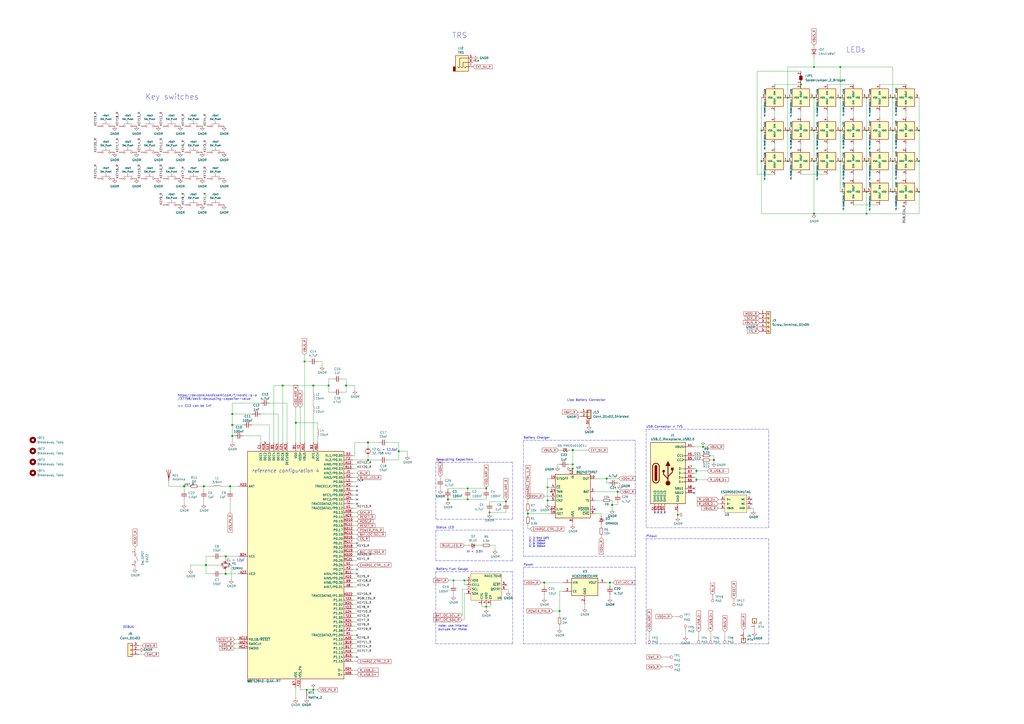
<source format=kicad_sch>
(kicad_sch (version 20231120) (generator "eeschema") (generator_version "8.0")
  (paper "A2")
  (title_block (title "Corne Left") (date "2024-07-20") (rev "4.0.0") (company " "))
  (lib_symbols
    (symbol "Battery_Management:BQ24075RGT"
      (property "Reference" "U" (at -8.89 13.97 0))
      (property "Value" "BQ24075RGT" (at 16.51 13.97 0))
      (symbol "BQ24075RGT_1_1"
        (pin passive line (at 12.7 -2.54 180) (length 2.54) (name "TS") (number "1"))
        (pin power_out line (at 12.7 10.16 180) (length 2.54) (name "OUT") (number "10"))
        (pin passive line (at 12.7 10.16 180) (length 2.54) hide (name "OUT") (number "11"))
        (pin passive line (at -12.7 -7.62 0) (length 2.54) (name "ILIM") (number "12"))
        (pin power_in line (at 0 15.24 270) (length 2.54) (name "IN") (number "13"))
        (pin input line (at -12.7 2.54 0) (length 2.54) (name "TMR") (number "14"))
        (pin input line (at -12.7 10.16 0) (length 2.54) (name "SYSOFF") (number "15"))
        (pin passive line (at -12.7 -10.16 0) (length 2.54) (name "ISET") (number "16"))
        (pin passive line (at 0 -15.24 90) (length 2.54) hide (name "VSS") (number "17"))
        (pin power_out line (at 12.7 2.54 180) (length 2.54) (name "BAT") (number "2"))
        (pin passive line (at 12.7 2.54 180) (length 2.54) hide (name "BAT") (number "3"))
        (pin input line (at -12.7 5.08 0) (length 2.54) (name "~{CE}") (number "4"))
        (pin input line (at -12.7 -2.54 0) (length 2.54) (name "EN2") (number "5"))
        (pin input line (at -12.7 0 0) (length 2.54) (name "EN1") (number "6"))
        (pin open_collector line (at 12.7 -7.62 180) (length 2.54) (name "~{PGOOD}") (number "7"))
        (pin power_in line (at 0 -15.24 90) (length 2.54) (name "VSS") (number "8"))
        (pin open_collector line (at 12.7 -10.16 180) (length 2.54) (name "~{CHG}") (number "9"))
      )
    )
    (symbol "Connector:Screw_Terminal_01x05" (pin_names (offset 1.016) hide)
      (property "Reference" "J" (at 0 7.62 0))
      (property "Value" "Screw_Terminal_01x05" (at 0 -7.62 0))
      (symbol "Screw_Terminal_01x05_1_1"
        (pin passive line (at -5.08 5.08 0) (length 3.81) (name "Pin_1") (number "1"))
        (pin passive line (at -5.08 2.54 0) (length 3.81) (name "Pin_2") (number "2"))
        (pin passive line (at -5.08 0 0) (length 3.81) (name "Pin_3") (number "3"))
        (pin passive line (at -5.08 -2.54 0) (length 3.81) (name "Pin_4") (number "4"))
        (pin passive line (at -5.08 -5.08 0) (length 3.81) (name "Pin_5") (number "5"))
      )
    )
    (symbol "Connector:TestPoint" (pin_numbers hide) (pin_names (offset 0.762) hide)
      (property "Reference" "TP" (at 0 6.858 0))
      (property "Value" "TestPoint" (at 0 5.08 0))
      (symbol "TestPoint_1_1"
        (pin passive line (at 0 0 90) (length 2.54) (name "1") (number "1"))
      )
    )
    (symbol "Connector_Audio:AudioJack3"
      (property "Reference" "J" (at 0 8.89 0))
      (property "Value" "AudioJack3" (at 0 6.35 0))
      (symbol "AudioJack3_1_1"
        (pin passive line (at 5.08 0 180) (length 2.54) (name "~") (number "R"))
        (pin passive line (at 5.08 2.54 180) (length 2.54) (name "~") (number "S"))
        (pin passive line (at 5.08 -2.54 180) (length 2.54) (name "~") (number "T"))
      )
    )
    (symbol "Connector_Generic:Conn_01x01" (pin_names (offset 1.016) hide)
      (property "Reference" "J" (at 0 2.54 0))
      (property "Value" "Conn_01x01" (at 0 -2.54 0))
      (symbol "Conn_01x01_1_1"
        (pin passive line (at -5.08 0 0) (length 3.81) (name "Pin_1") (number "1"))
      )
    )
    (symbol "Connector_Generic:Conn_01x03" (pin_names (offset 1.016) hide)
      (property "Reference" "J" (at 0 5.08 0))
      (property "Value" "Conn_01x03" (at 0 -5.08 0))
      (symbol "Conn_01x03_1_1"
        (pin passive line (at -5.08 2.54 0) (length 3.81) (name "Pin_1") (number "1"))
        (pin passive line (at -5.08 0 0) (length 3.81) (name "Pin_2") (number "2"))
        (pin passive line (at -5.08 -2.54 0) (length 3.81) (name "Pin_3") (number "3"))
      )
    )
    (symbol "Connector_Generic_Shielded:Conn_01x02_Shielded" (pin_names (offset 1.016) hide)
      (property "Reference" "J" (at 0.254 2.286 0))
      (property "Value" "Conn_01x02_Shielded" (at 1.016 -4.826 0))
      (symbol "Conn_01x02_Shielded_1_1"
        (pin passive line (at -5.08 0 0) (length 4.064) (name "Pin_1") (number "1"))
        (pin passive line (at -5.08 -2.54 0) (length 4.064) (name "Pin_2") (number "2"))
        (pin passive line (at 0 -7.62 90) (length 3.81) (name "Shield") (number "SH"))
      )
    )
    (symbol "Device:Antenna" (pin_numbers hide) (pin_names (offset 1.016) hide)
      (property "Reference" "AE" (at -1.905 1.905 0))
      (property "Value" "Antenna" (at -1.905 0 0))
      (symbol "Antenna_1_1"
        (pin input line (at 0 -5.08 90) (length 2.54) (name "A") (number "1"))
      )
    )
    (symbol "Device:C_Small" (pin_numbers hide) (pin_names (offset 0.254) hide)
      (property "Reference" "C" (at 0.254 1.778 0))
      (property "Value" "C_Small" (at 0.254 -2.032 0))
      (symbol "C_Small_1_1"
        (pin passive line (at 0 2.54 270) (length 2.032) (name "~") (number "1"))
        (pin passive line (at 0 -2.54 90) (length 2.032) (name "~") (number "2"))
      )
    )
    (symbol "Device:Crystal_GND24_Small" (pin_names (offset 1.016) hide)
      (property "Reference" "Y" (at 1.27 4.445 0))
      (property "Value" "Crystal_GND24_Small" (at 1.27 2.54 0))
      (symbol "Crystal_GND24_Small_1_1"
        (pin passive line (at -2.54 0 0) (length 1.27) (name "1") (number "1"))
        (pin passive line (at 0 -2.54 90) (length 0.635) (name "2") (number "2"))
        (pin passive line (at 2.54 0 180) (length 1.27) (name "3") (number "3"))
        (pin passive line (at 0 2.54 270) (length 0.635) (name "4") (number "4"))
      )
    )
    (symbol "Device:Crystal_Small" (pin_numbers hide) (pin_names (offset 1.016) hide)
      (property "Reference" "Y" (at 0 2.54 0))
      (property "Value" "Crystal_Small" (at 0 -2.54 0))
      (symbol "Crystal_Small_1_1"
        (pin passive line (at -2.54 0 0) (length 1.27) (name "1") (number "1"))
        (pin passive line (at 2.54 0 180) (length 1.27) (name "2") (number "2"))
      )
    )
    (symbol "Device:D_Schottky_Small" (pin_numbers hide) (pin_names (offset 0.254) hide)
      (property "Reference" "D" (at -1.27 2.032 0))
      (property "Value" "D_Schottky_Small" (at -7.112 -2.032 0))
      (symbol "D_Schottky_Small_1_1"
        (pin passive line (at -2.54 0 0) (length 1.778) (name "K") (number "1"))
        (pin passive line (at 2.54 0 180) (length 1.778) (name "A") (number "2"))
      )
    )
    (symbol "Device:LED_Small" (pin_numbers hide) (pin_names (offset 0.254) hide)
      (property "Reference" "D" (at -1.27 3.175 0))
      (property "Value" "LED_Small" (at -4.445 -2.54 0))
      (symbol "LED_Small_1_1"
        (pin passive line (at -2.54 0 0) (length 1.778) (name "K") (number "1"))
        (pin passive line (at 2.54 0 180) (length 1.778) (name "A") (number "2"))
      )
    )
    (symbol "Device:L_Small" (pin_numbers hide) (pin_names (offset 0.254) hide)
      (property "Reference" "L" (at 0.762 1.016 0))
      (property "Value" "L_Small" (at 0.762 -1.016 0))
      (symbol "L_Small_1_1"
        (pin passive line (at 0 2.54 270) (length 0.508) (name "~") (number "1"))
        (pin passive line (at 0 -2.54 90) (length 0.508) (name "~") (number "2"))
      )
    )
    (symbol "Device:NetTie_2" (pin_numbers hide) (pin_names (offset 0) hide)
      (property "Reference" "NT" (at 0 1.27 0))
      (property "Value" "NetTie_2" (at 0 -1.27 0))
      (symbol "NetTie_2_1_1"
        (pin passive line (at -2.54 0 0) (length 2.54) (name "1") (number "1"))
        (pin passive line (at 2.54 0 180) (length 2.54) (name "2") (number "2"))
      )
    )
    (symbol "Device:R_Small" (pin_numbers hide) (pin_names (offset 0.254) hide)
      (property "Reference" "R" (at 0.762 0.508 0))
      (property "Value" "R_Small" (at 0.762 -1.016 0))
      (symbol "R_Small_1_1"
        (pin passive line (at 0 2.54 270) (length 0.762) (name "~") (number "1"))
        (pin passive line (at 0 -2.54 90) (length 0.762) (name "~") (number "2"))
      )
    )
    (symbol "Diode:1N4148WT" (pin_numbers hide) (pin_names hide)
      (property "Reference" "D" (at 0 2.54 0))
      (property "Value" "1N4148WT" (at 0 -2.54 0))
      (symbol "1N4148WT_1_1"
        (pin passive line (at -3.81 0 0) (length 2.54) (name "K") (number "1"))
        (pin passive line (at 3.81 0 180) (length 2.54) (name "A") (number "2"))
      )
    )
    (symbol "Jumper:SolderJumper_2_Bridged" (pin_names (offset 0) hide)
      (property "Reference" "JP" (at 0 2.032 0))
      (property "Value" "SolderJumper_2_Bridged" (at 0 -2.54 0))
      (symbol "SolderJumper_2_Bridged_1_1"
        (pin passive line (at -3.81 0 0) (length 2.54) (name "A") (number "1"))
        (pin passive line (at 3.81 0 180) (length 2.54) (name "B") (number "2"))
      )
    )
    (symbol "MCU_Nordic:nRF52840"
      (property "Reference" "U" (at 0 5.08 0))
      (property "Value" "nRF52840" (at 0 2.54 0))
      (symbol "nRF52840_1_1"
        (pin bidirectional line (at 33.02 -7.62 180) (length 5.08) (name "AIN5/P0.29") (number "A10"))
        (pin bidirectional line (at 33.02 58.42 180) (length 5.08) (name "AIN0/P0.02") (number "A12"))
        (pin bidirectional line (at 33.02 -55.88 180) (length 5.08) (name "P1.15") (number "A14"))
        (pin bidirectional line (at 33.02 -50.8 180) (length 5.08) (name "P1.13") (number "A16"))
        (pin passive line (at -17.78 71.12 270) (length 5.08) (name "DEC2") (number "A18"))
        (pin bidirectional line (at 33.02 -43.18 180) (length 5.08) (name "P1.10") (number "A20"))
        (pin passive line (at 0 71.12 270) (length 5.08) hide (name "VDD") (number "A22"))
        (pin input line (at -33.02 -5.08 0) (length 5.08) (name "XC2") (number "A23"))
        (pin bidirectional line (at 33.02 -12.7 180) (length 5.08) (name "AIN7/P0.31") (number "A8"))
        (pin input line (at -33.02 -45.72 0) (length 5.08) (name "SWDCLK") (number "AA24"))
        (pin power_out line (at 12.7 71.12 270) (length 5.08) (name "DCCH") (number "AB2"))
        (pin bidirectional line (at 33.02 22.86 180) (length 5.08) (name "P0.16") (number "AC11"))
        (pin bidirectional line (at -33.02 -43.18 0) (length 5.08) (name "P0.18/~{RESET}") (number "AC13"))
        (pin bidirectional line (at 33.02 17.78 180) (length 5.08) (name "P0.19") (number "AC15"))
        (pin bidirectional line (at 33.02 12.7 180) (length 5.08) (name "P0.21") (number "AC17"))
        (pin bidirectional line (at 33.02 7.62 180) (length 5.08) (name "P0.23") (number "AC19"))
        (pin bidirectional line (at 33.02 2.54 180) (length 5.08) (name "P0.25") (number "AC21"))
        (pin bidirectional line (at -33.02 -48.26 0) (length 5.08) (name "SWDIO") (number "AC24"))
        (pin passive line (at -5.08 71.12 270) (length 5.08) (name "DECUSB") (number "AC5"))
        (pin bidirectional line (at 33.02 27.94 180) (length 5.08) (name "P0.14") (number "AC9"))
        (pin bidirectional line (at 33.02 25.4 180) (length 5.08) (name "P0.15") (number "AD10"))
        (pin bidirectional line (at 33.02 20.32 180) (length 5.08) (name "P0.17") (number "AD12"))
        (pin passive line (at 0 71.12 270) (length 5.08) hide (name "VDD") (number "AD14"))
        (pin bidirectional line (at 33.02 15.24 180) (length 5.08) (name "P0.20") (number "AD16"))
        (pin bidirectional line (at 33.02 10.16 180) (length 5.08) (name "P0.22") (number "AD18"))
        (pin power_in line (at 5.08 71.12 270) (length 5.08) (name "VBUS") (number "AD2"))
        (pin bidirectional line (at 33.02 5.08 180) (length 5.08) (name "P0.24") (number "AD20"))
        (pin bidirectional line (at 33.02 -17.78 180) (length 5.08) (name "TRACEDATA0/P1.00") (number "AD22"))
        (pin passive line (at 0 71.12 270) (length 5.08) hide (name "VDD") (number "AD23"))
        (pin bidirectional line (at 33.02 -60.96 180) (length 5.08) (name "D-") (number "AD4"))
        (pin bidirectional line (at 33.02 -63.5 180) (length 5.08) (name "D+") (number "AD6"))
        (pin bidirectional line (at 33.02 30.48 180) (length 5.08) (name "P0.13") (number "AD8"))
        (pin power_in line (at 0 71.12 270) (length 5.08) (name "VDD") (number "B1"))
        (pin bidirectional line (at 33.02 -5.08 180) (length 5.08) (name "AIN4/P0.28") (number "B11"))
        (pin bidirectional line (at 33.02 55.88 180) (length 5.08) (name "AIN1/P0.03") (number "B13"))
        (pin bidirectional line (at 33.02 -53.34 180) (length 5.08) (name "P1.14") (number "B15"))
        (pin bidirectional line (at 33.02 -48.26 180) (length 5.08) (name "P1.12") (number "B17"))
        (pin bidirectional line (at 33.02 -45.72 180) (length 5.08) (name "P1.11") (number "B19"))
        (pin input line (at -33.02 5.08 0) (length 5.08) (name "XC1") (number "B24"))
        (pin power_out line (at 10.16 71.12 270) (length 5.08) (name "DCC") (number "B3"))
        (pin passive line (at -12.7 71.12 270) (length 5.08) (name "DEC4") (number "B5"))
        (pin power_in line (at 0 -71.12 90) (length 5.08) (name "VSS") (number "B7"))
        (pin bidirectional line (at 33.02 -10.16 180) (length 5.08) (name "AIN6/P0.30") (number "B9"))
        (pin passive line (at -20.32 71.12 270) (length 5.08) (name "DEC1") (number "C1"))
        (pin bidirectional line (at 33.02 63.5 180) (length 5.08) (name "XL1/P0.00") (number "D2"))
        (pin passive line (at -15.24 71.12 270) (length 5.08) (name "DEC3") (number "D23"))
        (pin passive line (at -7.62 71.12 270) (length 5.08) (name "DEC6") (number "E24"))
        (pin passive line (at 0 -71.12 90) (length 5.08) hide (name "VSS") (number "EP"))
        (pin bidirectional line (at 33.02 60.96 180) (length 5.08) (name "XL2/P0.01") (number "F2"))
        (pin power_in line (at 2.54 -71.12 90) (length 5.08) (name "VSS_PA") (number "F23"))
        (pin bidirectional line (at 33.02 0 180) (length 5.08) (name "P0.26") (number "G1"))
        (pin bidirectional line (at 33.02 -2.54 180) (length 5.08) (name "P0.27") (number "H2"))
        (pin passive line (at -33.02 45.72 0) (length 5.08) (name "ANT") (number "H23"))
        (pin bidirectional line (at 33.02 53.34 180) (length 5.08) (name "AIN2/P0.04") (number "J1"))
        (pin bidirectional line (at 33.02 38.1 180) (length 5.08) (name "NFC2/P0.10") (number "J24"))
        (pin bidirectional line (at 33.02 50.8 180) (length 5.08) (name "AIN3/P0.05") (number "K2"))
        (pin bidirectional line (at 33.02 48.26 180) (length 5.08) (name "P0.06") (number "L1"))
        (pin bidirectional line (at 33.02 40.64 180) (length 5.08) (name "NFC1/P0.09") (number "L24"))
        (pin bidirectional line (at 33.02 45.72 180) (length 5.08) (name "TRACECLK/P0.07") (number "M2"))
        (pin bidirectional line (at 33.02 43.18 180) (length 5.08) (name "P0.08") (number "N1"))
        (pin passive line (at -10.16 71.12 270) (length 5.08) (name "DEC5") (number "N24"))
        (pin bidirectional line (at 33.02 -38.1 180) (length 5.08) (name "P1.08") (number "P2"))
        (pin bidirectional line (at 33.02 -35.56 180) (length 5.08) (name "P1.07") (number "P23"))
        (pin bidirectional line (at 33.02 -40.64 180) (length 5.08) (name "TRACEDATA3/P1.09") (number "R1"))
        (pin bidirectional line (at 33.02 -33.02 180) (length 5.08) (name "P1.06") (number "R24"))
        (pin bidirectional line (at 33.02 35.56 180) (length 5.08) (name "TRACEDATA2/P0.11") (number "T2"))
        (pin bidirectional line (at 33.02 -30.48 180) (length 5.08) (name "P1.05") (number "T23"))
        (pin bidirectional line (at 33.02 33.02 180) (length 5.08) (name "TRACEDATA1/P0.12") (number "U1"))
        (pin bidirectional line (at 33.02 -27.94 180) (length 5.08) (name "P1.04") (number "U24"))
        (pin bidirectional line (at 33.02 -25.4 180) (length 5.08) (name "P1.03") (number "V23"))
        (pin passive line (at 0 71.12 270) (length 5.08) hide (name "VDD") (number "W1"))
        (pin bidirectional line (at 33.02 -22.86 180) (length 5.08) (name "P1.02") (number "W24"))
        (pin power_in line (at 2.54 71.12 270) (length 5.08) (name "VDDH") (number "Y2"))
        (pin bidirectional line (at 33.02 -20.32 180) (length 5.08) (name "P1.01") (number "Y23"))
      )
    )
    (symbol "Mechanical:MountingHole" (pin_names (offset 1.016))
      (property "Reference" "H" (at 0 5.08 0))
      (property "Value" "MountingHole" (at 0 3.175 0))
    )
    (symbol "Regulator_Linear:XC6220B331MR"
      (property "Reference" "U" (at 0 8.89 0))
      (property "Value" "XC6220B331MR" (at 0 6.35 0))
      (symbol "XC6220B331MR_1_1"
        (pin power_in line (at -12.7 2.54 0) (length 5.08) (name "VIN") (number "1"))
        (pin power_in line (at 0 -10.16 90) (length 5.08) (name "GND") (number "2"))
        (pin input line (at -12.7 -2.54 0) (length 5.08) (name "CE") (number "3"))
        (pin no_connect line (at 12.7 -2.54 180) (length 5.08) hide (name "NC") (number "4"))
        (pin power_out line (at 12.7 2.54 180) (length 5.08) (name "VOUT") (number "5"))
      )
    )
    (symbol "SW_Push_1" (pin_numbers hide) (pin_names (offset 1.016) hide)
      (property "Reference" "SW" (at 1.27 2.54 0))
      (property "Value" "SW_Push" (at 0 -1.524 0))
      (symbol "SW_Push_1_0_1"
        (pin passive line (at -5.08 0 0) (length 2.54) (name "1") (number "1"))
        (pin passive line (at 5.08 0 180) (length 2.54) (name "2") (number "2"))
      )
    )
    (symbol "Switch:SW_Push" (pin_numbers hide) (pin_names (offset 1.016) hide)
      (property "Reference" "SW" (at 1.27 2.54 0))
      (property "Value" "SW_Push" (at 0 -1.524 0))
      (symbol "SW_Push_0_1"
        (pin passive line (at -5.08 0 0) (length 2.54) (name "1") (number "1"))
        (pin passive line (at 5.08 0 180) (length 2.54) (name "2") (number "2"))
      )
    )
    (symbol "Switch:SW_SPST" (pin_names (offset 0) hide)
      (property "Reference" "SW" (at 0 3.175 0))
      (property "Value" "SW_SPST" (at 0 -2.54 0))
      (symbol "SW_SPST_1_1"
        (pin passive line (at -5.08 0 0) (length 2.54) (name "A") (number "1"))
        (pin passive line (at 5.08 0 180) (length 2.54) (name "B") (number "2"))
      )
    )
    (symbol "kbd:GNDR" (power) (pin_names (offset 0))
      (property "Value" "GNDR" (at 0 -3.81 0))
      (symbol "GNDR_1_1"
        (pin power_in line (at 0 0 270) (length 0) hide (name "GNDR") (number "1"))
      )
    )
    (symbol "kbd_local:YS-SK6812MINI-E" (pin_names (offset 1.016))
      (property "Reference" "LED" (at 2.54 -7.62 0))
      (property "Value" "YS-SK6812MINI-E" (at 6.35 -6.35 0))
      (symbol "YS-SK6812MINI-E_1_1"
        (pin power_in line (at 0 7.62 270) (length 2.54) (name "VDD") (number "1"))
        (pin output line (at 7.62 0 180) (length 2.54) (name "DOUT") (number "2"))
        (pin power_in line (at 0 -7.62 90) (length 2.54) (name "VSS") (number "3"))
        (pin input line (at -7.62 0 0) (length 2.54) (name "DIN") (number "4"))
      )
    )
    (symbol "mikoto:ESDR0502NMUTAG" (pin_names (offset 1.016))
      (property "Reference" "U" (at 0 3.81 0))
      (property "Value" "ESDR0502NMUTAG" (at 0 6.985 0))
      (symbol "ESDR0502NMUTAG_1_1"
        (pin power_in line (at 8.89 -2.54 180) (length 2.54) (name "GND") (number "1"))
        (pin passive line (at 8.89 2.54 180) (length 2.54) (name "NC") (number "2"))
        (pin passive line (at 8.89 0 180) (length 2.54) (name "NC") (number "3"))
        (pin passive line (at -8.89 0 0) (length 2.54) (name "D-") (number "4"))
        (pin passive line (at -8.89 2.54 0) (length 2.54) (name "D+") (number "5"))
        (pin power_in line (at -8.89 -2.54 0) (length 2.54) (name "VBUS") (number "6"))
      )
    )
    (symbol "mikoto:MAX17048"
      (property "Reference" "U" (at -7.62 8.89 0))
      (property "Value" "MAX17048" (at 4.445 8.89 0))
      (symbol "MAX17048_0_0"
        (pin power_in line (at -2.54 -10.16 90) (length 2.54) (name "CTG") (number "1"))
        (pin power_in line (at -11.43 1.27 0) (length 2.54) (name "CELL") (number "2"))
        (pin power_in line (at -11.43 3.81 0) (length 2.54) (name "VDD") (number "3"))
        (pin power_in line (at 0 -10.16 90) (length 2.54) (name "GND") (number "4"))
        (pin open_collector line (at 11.43 1.27 180) (length 2.54) (name "~{ALRT}") (number "5"))
        (pin input line (at 11.43 -1.27 180) (length 2.54) (name "QSTRT") (number "6"))
        (pin tri_state line (at -11.43 -1.27 0) (length 2.54) (name "SCL") (number "7"))
        (pin tri_state line (at -11.43 -3.81 0) (length 2.54) (name "SDA") (number "8"))
        (pin power_in line (at 2.54 -10.16 90) (length 2.54) (name "EP") (number "9"))
      )
    )
    (symbol "mikoto:USB_C_Receptacle_USB2.0" (pin_names (offset 1.016))
      (property "Reference" "J" (at -10.16 19.05 0))
      (property "Value" "USB_C_Receptacle_USB2.0" (at 19.05 19.05 0))
      (symbol "USB_C_Receptacle_USB2.0_1_1"
        (pin power_in line (at 5.715 -22.86 90) (length 5.08) (name "GND") (number "A1"))
        (pin power_in line (at 15.24 15.24 180) (length 5.08) (name "VBUS") (number "A4"))
        (pin bidirectional line (at 15.24 10.16 180) (length 5.08) (name "CC1") (number "A5"))
        (pin bidirectional line (at 15.24 -2.54 180) (length 5.08) (name "D+") (number "A6"))
        (pin bidirectional line (at 15.24 2.54 180) (length 5.08) (name "D-") (number "A7"))
        (pin bidirectional line (at 15.24 -8.89 180) (length 5.08) (name "SBU1") (number "A8"))
        (pin bidirectional line (at 15.24 7.62 180) (length 5.08) (name "CC2") (number "B5"))
        (pin bidirectional line (at 15.24 -5.08 180) (length 5.08) (name "D+") (number "B6"))
        (pin bidirectional line (at 15.24 0 180) (length 5.08) (name "D-") (number "B7"))
        (pin bidirectional line (at 15.24 -11.43 180) (length 5.08) (name "SBU2") (number "B8"))
        (pin passive line (at -7.62 -22.86 90) (length 5.08) (name "SHIELD") (number "S1"))
        (pin passive line (at -5.715 -22.86 90) (length 5.08) (name "SHIELD") (number "S2"))
        (pin passive line (at -3.81 -22.86 90) (length 5.08) (name "SHIELD") (number "S3"))
        (pin passive line (at -1.905 -22.86 90) (length 5.08) (name "SHIELD") (number "S4"))
      )
    )
    (symbol "power:PWR_FLAG" (power) (pin_numbers hide) (pin_names (offset 0) hide)
      (property "Value" "PWR_FLAG" (at 0 3.81 0))
      (symbol "PWR_FLAG_0_0"
        (pin power_out line (at 0 0 90) (length 0) (name "pwr") (number "1"))
      )
    )
  )
  (junction (at 358.267 285.242) (diameter 1.016))
  (junction (at 441.706 93.472))
  (junction (at 487.426 75.692))
  (junction (at 283.972 297.307))
  (junction (at 472.186 93.472))
  (junction (at 414.147 266.827) (diameter 1.016))
  (junction (at 502.666 75.692))
  (junction (at 517.906 75.692))
  (junction (at 332.232 269.367))
  (junction (at 355.092 292.862) (diameter 1.016))
  (junction (at 269.367 336.677))
  (junction (at 456.946 56.642))
  (junction (at 130.937 332.867) (diameter 1.016))
  (junction (at 487.426 93.472))
  (junction (at 181.737 223.647) (diameter 1.016))
  (junction (at 533.146 111.252))
  (junction (at 200.787 223.647) (diameter 1.016))
  (junction (at 407.797 259.207))
  (junction (at 181.737 400.177))
  (junction (at 533.146 93.472))
  (junction (at 317.627 290.322))
  (junction (at 517.906 111.252))
  (junction (at 502.666 93.472))
  (junction (at 231.267 261.747) (diameter 1.016))
  (junction (at 163.957 223.647) (diameter 1.016))
  (junction (at 472.186 38.862))
  (junction (at 403.987 273.177) (diameter 1.016))
  (junction (at 353.822 337.947) (diameter 1.016))
  (junction (at 324.612 354.457) (diameter 1.016))
  (junction (at 106.807 282.067) (diameter 1.016))
  (junction (at 487.426 38.862))
  (junction (at 213.487 266.827) (diameter 1.016))
  (junction (at 134.747 252.857) (diameter 1.016))
  (junction (at 472.186 75.692))
  (junction (at 263.017 336.677))
  (junction (at 464.566 49.022))
  (junction (at 502.666 56.642))
  (junction (at 271.272 283.337))
  (junction (at 393.192 298.577))
  (junction (at 315.722 337.947) (diameter 1.016))
  (junction (at 332.232 271.907))
  (junction (at 517.906 56.642))
  (junction (at 134.747 240.157) (diameter 1.016))
  (junction (at 317.627 282.702))
  (junction (at 190.627 223.647) (diameter 1.016))
  (junction (at 118.237 282.067) (diameter 1.016))
  (junction (at 271.272 289.687))
  (junction (at 306.197 297.942) (diameter 1.016))
  (junction (at 502.666 111.252))
  (junction (at 517.906 93.472))
  (junction (at 472.186 123.952))
  (junction (at 487.426 56.642))
  (junction (at 282.067 283.337))
  (junction (at 171.577 245.237) (diameter 1.016))
  (junction (at 177.927 400.177))
  (junction (at 502.666 123.952))
  (junction (at 332.232 261.112) (diameter 1.016))
  (junction (at 456.946 93.472))
  (junction (at 176.657 209.677) (diameter 1.016))
  (junction (at 441.706 75.692))
  (junction (at 456.946 75.692))
  (junction (at 282.067 351.917))
  (junction (at 472.186 56.642))
  (junction (at 403.987 278.257) (diameter 1.016))
  (junction (at 134.747 246.507) (diameter 1.016))
  (junction (at 130.937 322.707) (diameter 1.016))
  (junction (at 213.487 256.667) (diameter 1.016))
  (junction (at 533.146 75.692))
  (junction (at 259.842 289.687))
  (junction (at 351.917 277.622) (diameter 1.016))
  (junction (at 119.507 327.787) (diameter 1.016))
  (junction (at 133.477 282.067) (diameter 1.016))
  (junction (at 293.497 290.957))
  (no_connect (at 207.137 368.427))
  (no_connect (at 207.137 315.087))
  (no_connect (at 435.737 292.227))
  (no_connect (at 319.532 285.242))
  (no_connect (at 385.572 297.307))
  (no_connect (at 402.717 285.877))
  (no_connect (at 383.667 297.307))
  (no_connect (at 207.137 330.327))
  (no_connect (at 153.797 256.667))
  (no_connect (at 207.137 282.067))
  (no_connect (at 402.717 283.337))
  (no_connect (at 207.137 292.227))
  (no_connect (at 207.137 332.867))
  (no_connect (at 207.137 289.687))
  (no_connect (at 319.532 295.402))
  (no_connect (at 207.137 381.127))
  (no_connect (at 435.737 289.687))
  (no_connect (at 344.932 295.402))
  (no_connect (at 381.762 297.307))
  (no_connect (at 207.137 284.607))
  (no_connect (at 379.857 297.307))
  (no_connect (at 207.137 287.147))
  (no_connect (at 293.497 339.217))
  (wire (pts (xy 204.597 388.747) (xy 207.137 388.747)))
  (wire (pts (xy 156.337 233.807) (xy 166.497 233.807)))
  (wire (pts (xy 397.637 366.522) (xy 397.637 369.062)))
  (wire (pts (xy 207.137 310.007) (xy 204.597 310.007)))
  (wire (pts (xy 323.977 261.112) (xy 325.247 261.112)))
  (wire (pts (xy 198.247 219.837) (xy 200.787 219.837)))
  (wire (pts (xy 213.487 259.207) (xy 213.487 256.667)))
  (polyline (pts (xy 252.857 301.117) (xy 297.307 301.117)) (stroke (width 0) (type dash)))
  (wire (pts (xy 133.477 327.787) (xy 134.112 327.787)))
  (wire (pts (xy 412.242 366.522) (xy 412.242 369.062)))
  (wire (pts (xy 207.137 381.127) (xy 204.597 381.127)))
  (wire (pts (xy 502.666 56.642) (xy 502.666 75.692)))
  (wire (pts (xy 271.272 283.337) (xy 282.067 283.337)))
  (wire (pts (xy 324.612 362.712) (xy 324.612 364.617)))
  (wire (pts (xy 403.987 278.257) (xy 403.987 279.527)))
  (wire (pts (xy 403.987 273.177) (xy 410.337 273.177)))
  (polyline (pts (xy 445.897 373.507) (xy 374.777 373.507)) (stroke (width 0) (type dash)))
  (wire (pts (xy 213.487 256.667) (xy 219.837 256.667)))
  (wire (pts (xy 259.842 283.972) (xy 259.842 283.337)))
  (wire (pts (xy 97.917 282.067) (xy 106.807 282.067)))
  (wire (pts (xy 255.397 282.702) (xy 255.397 283.972)))
  (wire (pts (xy 472.186 75.692) (xy 472.186 93.472)))
  (wire (pts (xy 141.097 252.857) (xy 151.257 252.857)))
  (wire (pts (xy 82.3976 374.4722) (xy 80.5434 374.4722)))
  (wire (pts (xy 412.242 266.827) (xy 414.147 266.827)))
  (wire (pts (xy 207.137 294.767) (xy 204.597 294.767)))
  (wire (pts (xy 293.497 341.757) (xy 294.767 341.757)))
  (wire (pts (xy 502.666 111.252) (xy 502.666 123.952)))
  (wire (pts (xy 115.062 282.067) (xy 118.237 282.067)))
  (wire (pts (xy 204.597 307.467) (xy 207.137 307.467)))
  (wire (pts (xy 332.232 303.022) (xy 332.232 304.292)))
  (wire (pts (xy 472.186 38.862) (xy 456.946 38.862)))
  (wire (pts (xy 441.706 93.472) (xy 441.706 123.952)))
  (wire (pts (xy 181.737 235.077) (xy 181.737 232.537)))
  (wire (pts (xy 393.192 298.577) (xy 393.192 299.847)))
  (wire (pts (xy 282.067 351.917) (xy 284.607 351.917)))
  (wire (pts (xy 331.597 271.907) (xy 332.232 271.907)))
  (wire (pts (xy 207.137 284.607) (xy 204.597 284.607)))
  (wire (pts (xy 198.247 227.457) (xy 200.787 227.457)))
  (wire (pts (xy 207.137 363.347) (xy 204.597 363.347)))
  (polyline (pts (xy 368.427 255.397) (xy 303.657 255.397)) (stroke (width 0) (type dash)))
  (wire (pts (xy 351.917 337.947) (xy 353.822 337.947)))
  (wire (pts (xy 263.017 336.677) (xy 263.017 339.217)))
  (wire (pts (xy 348.742 297.942) (xy 348.742 299.212)))
  (wire (pts (xy 134.747 246.507) (xy 141.097 246.507)))
  (wire (pts (xy 315.722 337.947) (xy 315.722 339.852)))
  (wire (pts (xy 163.957 223.647) (xy 181.737 223.647)))
  (wire (pts (xy 517.906 75.692) (xy 517.906 93.472)))
  (wire (pts (xy 283.972 291.592) (xy 283.972 290.957)))
  (wire (pts (xy 358.267 285.242) (xy 359.537 285.242)))
  (wire (pts (xy 163.957 256.667) (xy 163.957 223.647)))
  (wire (pts (xy 420.497 366.522) (xy 420.497 369.062)))
  (wire (pts (xy 119.507 327.787) (xy 119.507 322.707)))
  (wire (pts (xy 358.267 280.162) (xy 359.537 280.162)))
  (wire (pts (xy 181.737 223.647) (xy 190.627 223.647)))
  (wire (pts (xy 207.137 383.667) (xy 204.597 383.667)))
  (wire (pts (xy 231.267 261.747) (xy 236.347 261.747)))
  (wire (pts (xy 353.822 337.947) (xy 355.727 337.947)))
  (wire (pts (xy 207.137 391.287) (xy 204.597 391.287)))
  (wire (pts (xy 487.426 93.472) (xy 487.426 111.252)))
  (wire (pts (xy 306.197 296.672) (xy 306.197 297.942)))
  (wire (pts (xy 525.526 83.312) (xy 525.526 85.852)))
  (polyline (pts (xy 374.777 306.197) (xy 445.897 306.197)) (stroke (width 0) (type dash)))
  (wire (pts (xy 315.722 344.932) (xy 315.722 346.837)))
  (wire (pts (xy 106.807 289.687) (xy 106.807 292.227)))
  (wire (pts (xy 207.137 271.907) (xy 204.597 271.907)))
  (wire (pts (xy 207.137 378.587) (xy 204.597 378.587)))
  (wire (pts (xy 439.166 41.402) (xy 464.566 41.402)))
  (wire (pts (xy 330.327 261.112) (xy 332.232 261.112)))
  (wire (pts (xy 207.137 292.227) (xy 204.597 292.227)))
  (wire (pts (xy 207.137 335.407) (xy 204.597 335.407)))
  (wire (pts (xy 533.146 123.952) (xy 502.666 123.952)))
  (wire (pts (xy 138.557 322.707) (xy 130.937 322.707)))
  (wire (pts (xy 123.317 282.067) (xy 118.237 282.067)))
  (wire (pts (xy 259.842 289.687) (xy 259.842 290.322)))
  (polyline (pts (xy 445.897 249.047) (xy 374.777 249.047)) (stroke (width 0) (type dash)))
  (polyline (pts (xy 297.307 268.097) (xy 252.857 268.097)) (stroke (width 0) (type dash)))
  (wire (pts (xy 134.747 233.807) (xy 151.257 233.807)))
  (wire (pts (xy 416.687 294.767) (xy 417.957 294.767)))
  (wire (pts (xy 358.267 286.512) (xy 358.267 285.242)))
  (wire (pts (xy 495.046 101.092) (xy 495.046 103.632)))
  (wire (pts (xy 207.137 355.727) (xy 204.597 355.727)))
  (wire (pts (xy 236.347 261.747) (xy 236.347 264.287)))
  (wire (pts (xy 207.137 276.987) (xy 204.597 276.987)))
  (wire (pts (xy 510.286 64.262) (xy 510.286 68.072)))
  (wire (pts (xy 441.706 56.642) (xy 441.706 75.692)))
  (wire (pts (xy 134.747 252.857) (xy 136.017 252.857)))
  (polyline (pts (xy 303.657 322.707) (xy 368.427 322.707)) (stroke (width 0) (type dash)))
  (wire (pts (xy 200.787 223.647) (xy 205.867 223.647)))
  (wire (pts (xy 402.717 276.987) (xy 403.987 276.987)))
  (wire (pts (xy 207.137 317.627) (xy 204.597 317.627)))
  (wire (pts (xy 283.972 297.307) (xy 293.497 297.307)))
  (wire (pts (xy 479.806 83.312) (xy 479.806 85.852)))
  (wire (pts (xy 263.017 344.297) (xy 263.017 345.567)))
  (wire (pts (xy 207.137 299.847) (xy 204.597 299.847)))
  (wire (pts (xy 204.597 348.107) (xy 207.137 348.107)))
  (wire (pts (xy 403.987 276.987) (xy 403.987 278.257)))
  (wire (pts (xy 205.867 223.647) (xy 205.867 226.187)))
  (wire (pts (xy 171.577 236.347) (xy 171.577 245.237)))
  (wire (pts (xy 207.137 368.427) (xy 204.597 368.427)))
  (polyline (pts (xy 368.427 329.057) (xy 368.427 373.507)) (stroke (width 0) (type dash)))
  (wire (pts (xy 134.747 233.807) (xy 134.747 240.157)))
  (wire (pts (xy 393.192 297.307) (xy 393.192 298.577)))
  (wire (pts (xy 358.267 292.862) (xy 358.267 291.592)))
  (wire (pts (xy 207.137 337.947) (xy 204.597 337.947)))
  (wire (pts (xy 403.987 271.907) (xy 403.987 273.177)))
  (wire (pts (xy 472.186 123.952) (xy 502.666 123.952)))
  (wire (pts (xy 332.232 261.112) (xy 341.122 261.112)))
  (wire (pts (xy 403.987 274.447) (xy 402.717 274.447)))
  (wire (pts (xy 306.197 304.292) (xy 306.197 306.832)))
  (wire (pts (xy 317.627 290.322) (xy 319.532 290.322)))
  (wire (pts (xy 284.607 316.357) (xy 287.147 316.357)))
  (wire (pts (xy 306.197 306.832) (xy 307.467 306.832)))
  (wire (pts (xy 181.737 240.157) (xy 181.737 256.667)))
  (wire (pts (xy 204.597 269.367) (xy 207.137 269.367)))
  (wire (pts (xy 431.292 365.252) (xy 431.292 366.522)))
  (wire (pts (xy 146.177 246.507) (xy 156.337 246.507)))
  (wire (pts (xy 138.557 373.507) (xy 136.017 373.507)))
  (wire (pts (xy 533.146 93.472) (xy 533.146 111.252)))
  (wire (pts (xy 207.137 353.187) (xy 204.597 353.187)))
  (wire (pts (xy 414.147 264.287) (xy 414.147 266.827)))
  (wire (pts (xy 323.342 270.637) (xy 323.342 269.367)))
  (wire (pts (xy 179.197 209.677) (xy 176.657 209.677)))
  (wire (pts (xy 205.867 264.287) (xy 205.867 256.667)))
  (wire (pts (xy 118.237 282.067) (xy 118.237 284.607)))
  (wire (pts (xy 204.597 266.827) (xy 213.487 266.827)))
  (wire (pts (xy 231.267 266.827) (xy 224.917 266.827)))
  (wire (pts (xy 184.277 245.237) (xy 171.577 245.237)))
  (wire (pts (xy 136.017 370.967) (xy 138.557 370.967)))
  (wire (pts (xy 495.046 85.852) (xy 495.046 83.312)))
  (wire (pts (xy 495.046 49.022) (xy 479.806 49.022)))
  (wire (pts (xy 416.687 289.687) (xy 417.957 289.687)))
  (wire (pts (xy 517.906 93.472) (xy 517.906 111.252)))
  (wire (pts (xy 171.577 398.907) (xy 171.577 405.257)))
  (wire (pts (xy 207.137 325.247) (xy 204.597 325.247)))
  (wire (pts (xy 282.067 351.917) (xy 282.067 353.187)))
  (wire (pts (xy 204.597 264.287) (xy 205.867 264.287)))
  (wire (pts (xy 158.877 256.667) (xy 158.877 223.647)))
  (wire (pts (xy 355.092 292.862) (xy 358.267 292.862)))
  (wire (pts (xy 376.682 366.522) (xy 376.682 369.062)))
  (wire (pts (xy 317.627 282.702) (xy 317.627 290.322)))
  (wire (pts (xy 437.007 294.767) (xy 435.737 294.767)))
  (wire (pts (xy 133.477 282.067) (xy 133.477 284.607)))
  (wire (pts (xy 293.497 290.957) (xy 293.497 291.592)))
  (wire (pts (xy 259.842 289.687) (xy 271.272 289.687)))
  (wire (pts (xy 317.627 290.322) (xy 317.627 292.227)))
  (wire (pts (xy 128.397 282.067) (xy 133.477 282.067)))
  (wire (pts (xy 402.717 271.907) (xy 403.987 271.907)))
  (wire (pts (xy 294.767 341.757) (xy 294.767 343.027)))
  (wire (pts (xy 130.937 330.327) (xy 130.937 332.867)))
  (wire (pts (xy 502.666 75.692) (xy 502.666 93.472)))
  (wire (pts (xy 283.972 297.307) (xy 283.972 297.942)))
  (wire (pts (xy 456.946 38.862) (xy 456.946 56.642)))
  (wire (pts (xy 402.717 264.287) (xy 407.162 264.287)))
  (wire (pts (xy 354.457 290.322) (xy 355.092 290.322)))
  (wire (pts (xy 269.367 316.357) (xy 271.907 316.357)))
  (wire (pts (xy 207.137 279.527) (xy 204.597 279.527)))
  (wire (pts (xy 231.267 256.667) (xy 231.267 261.747)))
  (wire (pts (xy 204.597 322.707) (xy 207.1624 322.707)))
  (polyline (pts (xy 252.857 325.247) (xy 252.857 307.467)) (stroke (width 0) (type dash)))
  (wire (pts (xy 283.972 290.957) (xy 293.497 290.957)))
  (wire (pts (xy 138.557 282.067) (xy 133.477 282.067)))
  (wire (pts (xy 190.627 219.837) (xy 190.627 223.647)))
  (wire (pts (xy 128.397 327.787) (xy 119.507 327.787)))
  (wire (pts (xy 174.117 400.177) (xy 177.927 400.177)))
  (wire (pts (xy 403.987 279.527) (xy 402.717 279.527)))
  (wire (pts (xy 207.137 340.487) (xy 204.597 340.487)))
  (wire (pts (xy 344.932 297.942) (xy 348.742 297.942)))
  (wire (pts (xy 437.007 296.037) (xy 437.007 294.767)))
  (wire (pts (xy 134.747 246.507) (xy 134.747 252.857)))
  (wire (pts (xy 181.737 227.457) (xy 181.737 223.647)))
  (wire (pts (xy 207.137 282.067) (xy 204.597 282.067)))
  (wire (pts (xy 306.197 297.942) (xy 319.532 297.942)))
  (wire (pts (xy 317.627 282.702) (xy 319.532 282.702)))
  (wire (pts (xy 464.566 101.092) (xy 479.806 101.092)))
  (wire (pts (xy 193.167 227.457) (xy 190.627 227.457)))
  (wire (pts (xy 495.046 68.072) (xy 495.046 64.262)))
  (wire (pts (xy 130.937 322.707) (xy 128.397 322.707)))
  (wire (pts (xy 439.166 41.402) (xy 439.166 101.092)))
  (wire (pts (xy 184.277 253.492) (xy 184.277 256.667)))
  (wire (pts (xy 383.667 386.842) (xy 386.207 386.842)))
  (wire (pts (xy 479.806 68.072) (xy 479.806 64.262)))
  (wire (pts (xy 348.742 310.642) (xy 348.742 311.912)))
  (wire (pts (xy 181.737 400.177) (xy 184.277 400.177)))
  (polyline (pts (xy 297.307 331.597) (xy 252.857 331.597)) (stroke (width 0) (type dash)))
  (wire (pts (xy 207.137 330.327) (xy 204.597 330.327)))
  (wire (pts (xy 525.526 64.262) (xy 525.526 68.072)))
  (wire (pts (xy 270.637 341.757) (xy 268.097 341.757)))
  (wire (pts (xy 205.867 256.667) (xy 213.487 256.667)))
  (wire (pts (xy 255.397 276.352) (xy 255.397 277.622)))
  (polyline (pts (xy 374.777 249.047) (xy 374.777 306.197)) (stroke (width 0) (type dash)))
  (wire (pts (xy 348.742 304.292) (xy 348.742 305.562)))
  (wire (pts (xy 456.946 75.692) (xy 456.946 93.472)))
  (wire (pts (xy 204.597 376.047) (xy 207.1624 376.047)))
  (wire (pts (xy 383.667 381.127) (xy 386.207 381.127)))
  (wire (pts (xy 403.987 273.177) (xy 403.987 274.447)))
  (wire (pts (xy 282.067 282.702) (xy 282.067 283.337)))
  (wire (pts (xy 533.146 56.642) (xy 533.146 75.692)))
  (wire (pts (xy 351.917 277.622) (xy 358.902 277.622)))
  (polyline (pts (xy 297.307 325.247) (xy 252.857 325.247)) (stroke (width 0) (type dash)))
  (wire (pts (xy 323.342 269.367) (xy 324.612 269.367)))
  (wire (pts (xy 269.367 336.677) (xy 269.367 339.217)))
  (wire (pts (xy 204.597 302.387) (xy 207.137 302.387)))
  (wire (pts (xy 351.917 280.162) (xy 353.187 280.162)))
  (wire (pts (xy 186.817 209.677) (xy 186.817 212.217)))
  (wire (pts (xy 332.232 271.907) (xy 332.232 272.542)))
  (wire (pts (xy 204.597 304.927) (xy 207.137 304.927)))
  (polyline (pts (xy 297.307 307.467) (xy 297.307 325.247)) (stroke (width 0) (type dash)))
  (wire (pts (xy 78.3336 329.5396) (xy 78.3336 328.9046)))
  (wire (pts (xy 403.987 278.257) (xy 410.337 278.257)))
  (wire (pts (xy 207.137 345.567) (xy 204.597 345.567)))
  (wire (pts (xy 306.197 299.212) (xy 306.197 297.942)))
  (wire (pts (xy 207.137 358.267) (xy 204.597 358.267)))
  (wire (pts (xy 402.717 259.207) (xy 407.797 259.207)))
  (wire (pts (xy 213.487 266.827) (xy 213.487 264.287)))
  (wire (pts (xy 260.477 336.677) (xy 263.017 336.677)))
  (wire (pts (xy 106.807 282.067) (xy 109.982 282.067)))
  (polyline (pts (xy 445.897 312.547) (xy 445.897 373.507)) (stroke (width 0) (type dash)))
  (wire (pts (xy 355.092 290.322) (xy 355.092 292.862)))
  (wire (pts (xy 329.692 269.367) (xy 332.232 269.367)))
  (polyline (pts (xy 374.777 373.507) (xy 374.777 312.547)) (stroke (width 0) (type dash)))
  (wire (pts (xy 293.497 297.307) (xy 293.497 296.672)))
  (wire (pts (xy 271.272 289.052) (xy 271.272 289.687)))
  (polyline (pts (xy 252.857 331.597) (xy 252.857 373.507)) (stroke (width 0) (type dash)))
  (wire (pts (xy 213.487 266.827) (xy 219.837 266.827)))
  (wire (pts (xy 269.367 344.297) (xy 269.367 359.537)))
  (wire (pts (xy 156.337 246.507) (xy 156.337 256.667)))
  (wire (pts (xy 320.802 354.457) (xy 324.612 354.457)))
  (wire (pts (xy 110.617 327.787) (xy 110.617 330.327)))
  (wire (pts (xy 390.017 357.632) (xy 391.922 357.632)))
  (wire (pts (xy 207.137 370.967) (xy 204.597 370.967)))
  (polyline (pts (xy 303.657 255.397) (xy 303.657 322.707)) (stroke (width 0) (type dash)))
  (polyline (pts (xy 303.657 373.507) (xy 368.427 373.507)) (stroke (width 0) (type dash)))
  (wire (pts (xy 200.787 219.837) (xy 200.787 223.647)))
  (wire (pts (xy 441.706 75.692) (xy 441.706 93.472)))
  (wire (pts (xy 472.186 56.642) (xy 472.186 75.692)))
  (wire (pts (xy 313.817 337.947) (xy 315.722 337.947)))
  (polyline (pts (xy 303.657 329.057) (xy 303.657 373.507)) (stroke (width 0) (type dash)))
  (wire (pts (xy 161.417 240.157) (xy 161.417 256.667)))
  (wire (pts (xy 207.137 315.087) (xy 204.597 315.087)))
  (wire (pts (xy 259.842 289.052) (xy 259.842 289.687)))
  (wire (pts (xy 97.917 280.162) (xy 97.917 282.067)))
  (wire (pts (xy 332.232 261.112) (xy 332.232 269.367)))
  (wire (pts (xy 306.197 291.592) (xy 306.197 289.687)))
  (wire (pts (xy 283.972 296.672) (xy 283.972 297.307)))
  (wire (pts (xy 344.932 290.322) (xy 349.377 290.322)))
  (wire (pts (xy 410.337 259.207) (xy 407.797 259.207)))
  (wire (pts (xy 123.317 332.867) (xy 119.507 332.867)))
  (wire (pts (xy 279.527 351.917) (xy 279.527 350.647)))
  (wire (pts (xy 177.927 400.177) (xy 181.737 400.177)))
  (wire (pts (xy 517.906 38.862) (xy 517.906 56.642)))
  (wire (pts (xy 207.137 332.867) (xy 204.597 332.867)))
  (wire (pts (xy 83.5406 379.5522) (xy 80.5434 379.5522)))
  (wire (pts (xy 171.577 245.237) (xy 171.577 256.667)))
  (polyline (pts (xy 368.427 322.707) (xy 368.427 255.397)) (stroke (width 0) (type dash)))
  (wire (pts (xy 353.822 337.947) (xy 353.822 339.852)))
  (wire (pts (xy 78.3336 317.246) (xy 78.3336 318.7446)))
  (polyline (pts (xy 252.857 268.097) (xy 252.857 301.117)) (stroke (width 0) (type dash)))
  (wire (pts (xy 464.566 85.852) (xy 464.566 83.312)))
  (wire (pts (xy 190.627 223.647) (xy 190.627 227.457)))
  (wire (pts (xy 464.566 68.072) (xy 464.566 64.262)))
  (wire (pts (xy 119.507 327.787) (xy 110.617 327.787)))
  (wire (pts (xy 134.112 327.787) (xy 134.112 336.042)))
  (wire (pts (xy 502.666 93.472) (xy 502.666 111.252)))
  (wire (pts (xy 119.507 332.867) (xy 119.507 327.787)))
  (wire (pts (xy 344.932 277.622) (xy 351.917 277.622)))
  (wire (pts (xy 136.017 376.047) (xy 138.557 376.047)))
  (wire (pts (xy 268.097 341.757) (xy 268.097 356.997)))
  (polyline (pts (xy 445.897 306.197) (xy 445.897 249.047)) (stroke (width 0) (type dash)))
  (wire (pts (xy 533.146 111.252) (xy 533.146 123.952)))
  (wire (pts (xy 134.747 240.157) (xy 146.177 240.157)))
  (wire (pts (xy 293.497 290.322) (xy 293.497 290.957)))
  (wire (pts (xy 351.917 277.622) (xy 351.917 280.162)))
  (wire (pts (xy 412.242 264.287) (xy 414.147 264.287)))
  (wire (pts (xy 174.117 400.177) (xy 174.117 398.907)))
  (wire (pts (xy 517.906 56.642) (xy 517.906 75.692)))
  (wire (pts (xy 174.117 236.347) (xy 174.117 256.667)))
  (wire (pts (xy 118.237 289.687) (xy 118.237 292.227)))
  (wire (pts (xy 207.137 373.507) (xy 204.597 373.507)))
  (wire (pts (xy 315.722 337.947) (xy 326.517 337.947)))
  (wire (pts (xy 133.477 289.687) (xy 133.477 297.307)))
  (polyline (pts (xy 297.307 301.117) (xy 297.307 268.097)) (stroke (width 0) (type dash)))
  (wire (pts (xy 510.286 118.872) (xy 495.046 118.872)))
  (wire (pts (xy 449.326 83.312) (xy 449.326 85.852)))
  (wire (pts (xy 151.257 256.667) (xy 151.257 252.857)))
  (wire (pts (xy 176.657 209.677) (xy 176.657 205.867)))
  (wire (pts (xy 207.137 274.447) (xy 204.597 274.447)))
  (wire (pts (xy 271.272 283.337) (xy 271.272 283.972)))
  (wire (pts (xy 130.937 332.867) (xy 138.557 332.867)))
  (wire (pts (xy 437.642 365.252) (xy 437.642 366.522)))
  (polyline (pts (xy 252.857 307.467) (xy 297.307 307.467)) (stroke (width 0) (type dash)))
  (wire (pts (xy 158.877 223.647) (xy 163.957 223.647)))
  (wire (pts (xy 405.257 366.522) (xy 405.257 369.062)))
  (wire (pts (xy 472.186 38.862) (xy 487.426 38.862)))
  (wire (pts (xy 106.807 284.607) (xy 106.807 282.067)))
  (wire (pts (xy 324.612 354.457) (xy 324.612 343.027)))
  (wire (pts (xy 282.067 289.687) (xy 282.067 289.052)))
  (wire (pts (xy 282.067 283.337) (xy 282.067 283.972)))
  (polyline (pts (xy 374.777 312.547) (xy 445.897 312.547)) (stroke (width 0) (type dash)))
  (wire (pts (xy 276.987 316.357) (xy 279.527 316.357)))
  (wire (pts (xy 456.946 56.642) (xy 456.946 75.692)))
  (wire (pts (xy 339.217 350.647) (xy 339.217 352.552)))
  (wire (pts (xy 130.937 332.867) (xy 128.397 332.867)))
  (wire (pts (xy 176.657 256.667) (xy 176.657 209.677)))
  (wire (pts (xy 510.286 83.312) (xy 510.286 85.852)))
  (wire (pts (xy 464.566 49.022) (xy 449.326 49.022)))
  (wire (pts (xy 207.137 320.167) (xy 204.597 320.167)))
  (wire (pts (xy 271.272 289.687) (xy 282.067 289.687)))
  (wire (pts (xy 414.147 266.827) (xy 414.147 268.097)))
  (wire (pts (xy 533.146 75.692) (xy 533.146 93.472)))
  (wire (pts (xy 184.277 209.677) (xy 186.817 209.677)))
  (wire (pts (xy 359.537 280.162) (xy 359.537 281.432)))
  (wire (pts (xy 151.257 240.157) (xy 161.417 240.157)))
  (wire (pts (xy 207.137 350.647) (xy 204.597 350.647)))
  (wire (pts (xy 510.286 49.022) (xy 525.526 49.022)))
  (wire (pts (xy 487.426 56.642) (xy 487.426 75.692)))
  (wire (pts (xy 287.147 316.357) (xy 287.147 318.897)))
  (wire (pts (xy 315.722 287.782) (xy 319.532 287.782)))
  (wire (pts (xy 207.137 365.887) (xy 204.597 365.887)))
  (wire (pts (xy 269.367 344.297) (xy 270.637 344.297)))
  (wire (pts (xy 282.067 350.647) (xy 282.067 351.917)))
  (wire (pts (xy 332.232 269.367) (xy 332.232 271.907)))
  (wire (pts (xy 487.426 38.862) (xy 487.426 56.642)))
  (wire (pts (xy 134.747 240.157) (xy 134.747 246.507)))
  (wire (pts (xy 284.607 351.917) (xy 284.607 350.647)))
  (wire (pts (xy 416.687 292.227) (xy 417.957 292.227)))
  (wire (pts (xy 324.612 343.027) (xy 326.517 343.027)))
  (wire (pts (xy 268.097 359.537) (xy 269.367 359.537)))
  (wire (pts (xy 231.267 261.747) (xy 231.267 266.827)))
  (wire (pts (xy 207.137 360.807) (xy 204.597 360.807)))
  (wire (pts (xy 204.597 297.307) (xy 207.137 297.307)))
  (wire (pts (xy 130.937 322.707) (xy 130.937 325.247)))
  (wire (pts (xy 472.186 33.782) (xy 472.186 38.862)))
  (wire (pts (xy 207.137 327.787) (xy 204.597 327.787)))
  (wire (pts (xy 207.137 312.547) (xy 204.597 312.547)))
  (wire (pts (xy 166.497 233.807) (xy 166.497 256.667)))
  (wire (pts (xy 204.597 287.147) (xy 207.137 287.147)))
  (wire (pts (xy 487.426 38.862) (xy 517.906 38.862)))
  (wire (pts (xy 324.612 354.457) (xy 324.612 357.632)))
  (polyline (pts (xy 303.657 329.057) (xy 368.427 329.057)) (stroke (width 0) (type dash)))
  (wire (pts (xy 200.787 227.457) (xy 200.787 223.647)))
  (wire (pts (xy 224.917 256.667) (xy 231.267 256.667)))
  (wire (pts (xy 263.017 336.677) (xy 269.367 336.677)))
  (wire (pts (xy 353.822 344.932) (xy 353.822 346.837)))
  (wire (pts (xy 317.627 277.622) (xy 317.627 282.702)))
  (wire (pts (xy 344.932 285.242) (xy 358.267 285.242)))
  (wire (pts (xy 190.627 219.837) (xy 193.167 219.837)))
  (wire (pts (xy 335.2546 239.0648) (xy 336.6262 239.0648)))
  (polyline (pts (xy 297.307 373.507) (xy 297.307 331.597)) (stroke (width 0) (type dash)))
  (wire (pts (xy 487.426 75.692) (xy 487.426 93.472)))
  (wire (pts (xy 441.706 123.952) (xy 472.186 123.952)))
  (polyline (pts (xy 252.857 373.507) (xy 297.307 373.507)) (stroke (width 0) (type dash)))
  (wire (pts (xy 184.277 248.412) (xy 184.277 245.237)))
  (wire (pts (xy 449.326 64.262) (xy 449.326 68.072)))
  (wire (pts (xy 317.627 277.622) (xy 319.532 277.622)))
  (wire (pts (xy 134.747 252.857) (xy 134.747 256.667)))
  (wire (pts (xy 402.717 266.827) (xy 407.162 266.827)))
  (wire (pts (xy 449.326 101.092) (xy 439.166 101.092)))
  (wire (pts (xy 181.737 399.542) (xy 181.737 400.177)))
  (wire (pts (xy 259.842 283.337) (xy 271.272 283.337)))
  (wire (pts (xy 282.067 351.917) (xy 279.527 351.917)))
  (wire (pts (xy 204.597 289.687) (xy 207.137 289.687)))
  (wire (pts (xy 119.507 322.707) (xy 123.317 322.707)))
  (wire (pts (xy 525.526 101.092) (xy 525.526 103.632)))
  (wire (pts (xy 355.092 292.862) (xy 355.092 295.402)))
  (wire (pts (xy 269.367 339.217) (xy 270.637 339.217)))
  (wire (pts (xy 269.367 336.677) (xy 270.637 336.677)))
  (wire (pts (xy 472.186 93.472) (xy 472.186 123.952)))
  (wire (pts (xy 510.286 101.092) (xy 510.286 103.632)))
  (text "Battery Charger" (at 303.657 254.762 0) (effects (font (size 1.27 1.27)) (justify left bottom)))
  (text "TRS" (at 262.255 22.606 0) (effects (font (size 3.175 3.175)) (justify left bottom)))
  (text "Z, Z: 0mA (off)\n0, Z: 100mA\nZ, 0: 250mA\n0, 0: 350mA" (at 306.832 317.627 0) (effects (font (size 0.9906 0.9906)) (justify left bottom)))
  (text "Decoupling Capacitors" (at 252.857 267.462 0) (effects (font (size 1.27 1.27)) (justify left bottom)))
  (text "C_{L} = 12.5pF" (at 218.567 261.747 0) (effects (font (size 1.27 1.27)) (justify left bottom)))
  (text "Power" (at 303.657 328.422 0) (effects (font (size 1.27 1.27)) (justify left bottom)))
  (text "note: use internal\npullups for these" (at 254.127 365.887 0) (effects (font (size 1.27 1.27)) (justify left bottom)))
  (text "V_{f} < 3.0V" (at 270.637 320.802 0) (effects (font (size 1.27 1.27)) (justify left bottom)))
  (text "Key switches" (at 84.328 58.166 0) (effects (font (size 3.175 3.175)) (justify left bottom)))
  (text "LEDs" (at 490.728 30.861 0) (effects (font (size 3.175 3.175)) (justify left bottom)))
  (text "DEBUG" (at 71.2724 364.5662 0) (effects (font (size 1.27 1.27)) (justify left bottom)))
  (text "Status LED" (at 252.857 306.832 0) (effects (font (size 1.27 1.27)) (justify left bottom)))
  (text "C_{L} = 12pF" (at 131.572 325.882 0) (effects (font (size 1.27 1.27)) (justify left bottom)))
  (text "Lipo Battery Connector" (at 328.93 232.918 0) (effects (font (size 1.27 1.27)) (justify left bottom)))
  (text "USB Connector + TVS" (at 374.777 248.412 0) (effects (font (size 1.27 1.27)) (justify left bottom)))
  (text "reference configuration 4" (at 146.177 274.447 0) (effects (font (size 2 2) (italic yes)) (justify left bottom)))
  (text "Battery Fuel Gauge" (at 252.857 330.962 0) (effects (font (size 1.27 1.27)) (justify left bottom)))
  (text "https://devzone.nordicsemi.com/f/nordic-q-a\n/37758/dec5-decoupling-capacitor-value\n\n=> C12 can be 1nF" (at 102.997 236.347 0) (effects (font (size 1.27 1.27)) (justify left bottom)))
  (text "Pinout" (at 374.777 311.912 0) (effects (font (size 1.27 1.27)) (justify left bottom)))
  (label "KEY2_R" (at 207.137 358.267 0))
  (label "KEY21_R" (at 207.1624 322.707 0))
  (label "KEY20_R" (at 207.137 271.907 0))
  (label "KEY18_R" (at 207.137 337.947 0))
  (label "KEY14_R" (at 207.1624 376.047 0))
  (label "KEY11_R" (at 207.137 373.507 0))
  (label "KEY19_R" (at 56.388 73.152 90))
  (label "KEY13_R" (at 207.137 294.767 0))
  (label "KEY4_R" (at 119.888 73.152 90))
  (label "KEY6_R" (at 107.188 88.392 90))
  (label "KEY5_R" (at 207.137 335.407 0))
  (label "KEY12_R" (at 207.137 269.367 0))
  (label "KEY6_R" (at 207.137 370.967 0))
  (label "KEY14_R" (at 81.788 88.392 90))
  (label "KEY12_R" (at 94.488 73.152 90))
  (label "KEY20_R" (at 56.388 88.392 90))
  (label "KEY3_R" (at 119.888 88.392 90))
  (label "KEY2_R" (at 119.888 103.632 90))
  (label "KEY16_R" (at 69.088 103.632 90))
  (label "KEY3_R" (at 207.137 317.627 0))
  (label "KEY15_R" (at 81.788 103.632 90))
  (label "KEY11_R" (at 94.488 88.392 90))
  (label "KEY19_R" (at 207.137 365.887 0))
  (label "KEY7_R" (at 207.137 360.807 0))
  (label "KEY18_R" (at 69.088 73.152 90))
  (label "RGBLEDs_R" (at 207.137 348.107 0))
  (label "KEY17_R" (at 69.088 88.392 90))
  (label "KEY13_R" (at 81.788 73.152 90))
  (label "KEY16_R" (at 207.137 345.567 0))
  (label "KEY10_R" (at 94.488 103.632 90))
  (label "KEY9_R" (at 94.488 118.872 90))
  (label "KEY10_R" (at 207.137 355.727 0))
  (label "KEY8_R" (at 207.137 353.187 0))
  (label "KEY1_R" (at 119.888 118.872 90))
  (label "KEY17_R" (at 207.137 378.587 0))
  (label "KEY7_R" (at 107.188 103.632 90))
  (label "KEY21_R" (at 56.388 103.632 90))
  (label "KEY15_R" (at 207.137 350.647 0))
  (label "KEY9_R" (at 207.137 363.347 0))
  (label "RGBLEDs_R" (at 525.526 118.872 270))
  (label "CC1" (at 402.717 264.287 0))
  (label "KEY1_R" (at 207.137 325.247 0))
  (label "CC2" (at 402.717 266.827 0))
  (label "TX_R" (at 207.137 279.527 0) (effects (font (size 1 1))))
  (label "ANT_R" (at 106.807 282.067 0))
  (label "KEY5_R" (at 107.188 73.152 90))
  (label "KEY4_R" (at 207.137 340.487 0))
  (label "TX_R" (at 274.32 36.195 0) (effects (font (size 1 1))))
  (label "KEY8_R" (at 107.188 118.872 90))
  (global_label "VDDH_R" (shape input) (at 348.742 311.912 270) (property "Intersheetrefs" "${INTERSHEET_REFS}" (effects (hide yes))))
  (global_label "VDDH_R" (shape input) (at 358.902 277.622 0) (property "Intersheetrefs" "${INTERSHEET_REFS}" (effects (hide yes))))
  (global_label "R_USB_D-" (shape input) (at 410.337 273.177 0) (property "Intersheetrefs" "${INTERSHEET_REFS}" (effects (hide yes))))
  (global_label "VBUS_R" (shape input) (at 410.337 259.207 0) (property "Intersheetrefs" "${INTERSHEET_REFS}" (effects (hide yes))))
  (global_label "CHARGE_CTRL_2_R" (shape input) (at 307.467 306.832 0) (property "Intersheetrefs" "${INTERSHEET_REFS}" (effects (hide yes))))
  (global_label "VDDH_R" (shape input) (at 174.117 236.347 90) (property "Intersheetrefs" "${INTERSHEET_REFS}" (effects (hide yes))))
  (global_label "CS_R" (shape input) (at 207.137 312.547 0) (property "Intersheetrefs" "${INTERSHEET_REFS}" (effects (hide yes))))
  (global_label "SCK_R" (shape input) (at 207.137 297.307 0) (property "Intersheetrefs" "${INTERSHEET_REFS}" (effects (hide yes))))
  (global_label "CHARGE_CTRL_2_R" (shape input) (at 207.137 383.667 0) (property "Intersheetrefs" "${INTERSHEET_REFS}" (effects (hide yes))))
  (global_label "SWC_R" (shape input) (at 83.5406 379.5522 0) (property "Intersheetrefs" "${INTERSHEET_REFS}" (effects (hide yes))))
  (global_label "EXT_5V_R" (shape input) (at 274.32 38.735 0) (property "Intersheetrefs" "${INTERSHEET_REFS}" (effects (hide yes))))
  (global_label "BAT_I2C_SCL_R" (shape input) (at 268.097 356.997 180) (property "Intersheetrefs" "${INTERSHEET_REFS}" (effects (hide yes))))
  (global_label "SWD_R" (shape input) (at 383.667 386.842 180) (property "Intersheetrefs" "${INTERSHEET_REFS}" (effects (hide yes))))
  (global_label "MOSI_R" (shape input) (at 207.137 302.387 0) (property "Intersheetrefs" "${INTERSHEET_REFS}" (effects (hide yes))))
  (global_label "VBAT_R" (shape input) (at 335.2546 239.0648 180) (property "Intersheetrefs" "${INTERSHEET_REFS}" (effects (hide yes))))
  (global_label "VBAT_R" (shape input) (at 260.477 336.677 180) (property "Intersheetrefs" "${INTERSHEET_REFS}" (effects (hide yes))))
  (global_label "VBUS_R" (shape input) (at 176.657 205.867 90) (property "Intersheetrefs" "${INTERSHEET_REFS}" (effects (hide yes))))
  (global_label "VBUS_R" (shape input) (at 472.186 26.162 90) (property "Intersheetrefs" "${INTERSHEET_REFS}" (effects (hide yes))))
  (global_label "VBUS_R" (shape input) (at 420.497 366.522 90) (property "Intersheetrefs" "${INTERSHEET_REFS}" (effects (hide yes))))
  (global_label "VSS_PA_R" (shape input) (at 133.477 297.307 270) (property "Intersheetrefs" "${INTERSHEET_REFS}" (effects (hide yes))))
  (global_label "R_USB_D+" (shape input) (at 410.337 278.257 0) (property "Intersheetrefs" "${INTERSHEET_REFS}" (effects (hide yes))))
  (global_label "VSS_PA_R" (shape input) (at 184.277 400.177 0) (property "Intersheetrefs" "${INTERSHEET_REFS}" (effects (hide yes))))
  (global_label "VDD_NRF_R" (shape input) (at 376.682 366.522 90) (property "Intersheetrefs" "${INTERSHEET_REFS}" (effects (hide yes))))
  (global_label "Rx_R" (shape input) (at 207.137 274.447 0) (property "Intersheetrefs" "${INTERSHEET_REFS}" (effects (hide yes))))
  (global_label "VDD_NRF_R" (shape input) (at 282.067 282.702 90) (property "Intersheetrefs" "${INTERSHEET_REFS}" (effects (hide yes))))
  (global_label "CHARGE_CTRL_1_R" (shape input) (at 306.197 289.687 90) (property "Intersheetrefs" "${INTERSHEET_REFS}" (effects (hide yes))))
  (global_label "RESET_R" (shape input) (at 207.137 299.847 0) (property "Intersheetrefs" "${INTERSHEET_REFS}" (effects (hide yes))))
  (global_label "BAT_I2C_SCL_R" (shape input) (at 207.137 310.007 0) (property "Intersheetrefs" "${INTERSHEET_REFS}" (effects (hide yes))))
  (global_label "R_USB_D-" (shape input) (at 416.687 292.227 180) (property "Intersheetrefs" "${INTERSHEET_REFS}" (effects (hide yes))))
  (global_label "VBUS_R" (shape input) (at 416.687 294.767 180) (property "Intersheetrefs" "${INTERSHEET_REFS}" (effects (hide yes))))
  (global_label "RESET_R" (shape input) (at 425.7548 347.5228 90) (property "Intersheetrefs" "${INTERSHEET_REFS}" (effects (hide yes))))
  (global_label "R_USB_D+" (shape input) (at 207.137 391.287 0) (property "Intersheetrefs" "${INTERSHEET_REFS}" (effects (hide yes))))
  (global_label "Rx_R" (shape input) (at 413.385 345.1606 90) (property "Intersheetrefs" "${INTERSHEET_REFS}" (effects (hide yes))))
  (global_label "SWD_R" (shape input) (at 82.3976 374.4722 0) (property "Intersheetrefs" "${INTERSHEET_REFS}" (effects (hide yes))))
  (global_label "VDDH_R" (shape input) (at 315.722 287.782 180) (property "Intersheetrefs" "${INTERSHEET_REFS}" (effects (hide yes))))
  (global_label "EXT_VCC_R" (shape input) (at 355.727 337.947 0) (property "Intersheetrefs" "${INTERSHEET_REFS}" (effects (hide yes))))
  (global_label "VBUS_R" (shape input) (at 440.6138 187.0964 180) (property "Intersheetrefs" "${INTERSHEET_REFS}" (effects (hide yes))))
  (global_label "POWER_PIN_R" (shape input) (at 207.137 307.467 0) (property "Intersheetrefs" "${INTERSHEET_REFS}" (effects (hide yes))))
  (global_label "RESET_R" (shape input) (at 78.3336 317.246 90) (property "Intersheetrefs" "${INTERSHEET_REFS}" (effects (hide yes))))
  (global_label "VBUS_R" (shape input) (at 323.977 261.112 180) (property "Intersheetrefs" "${INTERSHEET_REFS}" (effects (hide yes))))
  (global_label "VBAT_R" (shape input) (at 431.292 365.252 90) (property "Intersheetrefs" "${INTERSHEET_REFS}" (effects (hide yes))))
  (global_label "VDDH_R" (shape input) (at 255.397 276.352 90) (property "Intersheetrefs" "${INTERSHEET_REFS}" (effects (hide yes))))
  (global_label "MOSI_R" (shape input) (at 440.6138 182.0164 180) (property "Intersheetrefs" "${INTERSHEET_REFS}" (effects (hide yes))))
  (global_label "R_USB_D-" (shape input) (at 207.137 388.747 0) (property "Intersheetrefs" "${INTERSHEET_REFS}" (effects (hide yes))))
  (global_label "BLUE_LED_R" (shape input) (at 207.137 276.987 0) (property "Intersheetrefs" "${INTERSHEET_REFS}" (effects (hide yes))))
  (global_label "SWC_R" (shape input) (at 383.667 381.127 180) (property "Intersheetrefs" "${INTERSHEET_REFS}" (effects (hide yes))))
  (global_label "RESET_R" (shape input) (at 207.137 304.927 0) (property "Intersheetrefs" "${INTERSHEET_REFS}" (effects (hide yes))))
  (global_label "R_USB_D+" (shape input) (at 412.242 366.522 90) (property "Intersheetrefs" "${INTERSHEET_REFS}" (effects (hide yes))))
  (global_label "BLUE_LED_R" (shape input) (at 269.367 316.357 180) (property "Intersheetrefs" "${INTERSHEET_REFS}" (effects (hide yes))))
  (global_label "SWD_R" (shape input) (at 136.017 376.047 180) (property "Intersheetrefs" "${INTERSHEET_REFS}" (effects (hide yes))))
  (global_label "VDD_NRF_R" (shape input) (at 293.497 290.322 90) (property "Intersheetrefs" "${INTERSHEET_REFS}" (effects (hide yes))))
  (global_label "RESET_R" (shape input) (at 136.017 370.967 180) (property "Intersheetrefs" "${INTERSHEET_REFS}" (effects (hide yes))))
  (global_label "R_USB_D-" (shape input) (at 405.257 366.522 90) (property "Intersheetrefs" "${INTERSHEET_REFS}" (effects (hide yes))))
  (global_label "BAT_I2C_SDA_R" (shape input) (at 207.137 320.167 0) (property "Intersheetrefs" "${INTERSHEET_REFS}" (effects (hide yes))))
  (global_label "SCK_R" (shape input) (at 440.6138 184.5564 180) (property "Intersheetrefs" "${INTERSHEET_REFS}" (effects (hide yes))))
  (global_label "SWC_R" (shape input) (at 136.017 373.507 180) (property "Intersheetrefs" "${INTERSHEET_REFS}" (effects (hide yes))))
  (global_label "CS_R" (shape input) (at 440.6138 192.1764 180) (property "Intersheetrefs" "${INTERSHEET_REFS}" (effects (hide yes))))
  (global_label "VDDH_R" (shape input) (at 313.817 337.947 180) (property "Intersheetrefs" "${INTERSHEET_REFS}" (effects (hide yes))))
  (global_label "VBAT_R" (shape input) (at 359.537 285.242 0) (property "Intersheetrefs" "${INTERSHEET_REFS}" (effects (hide yes))))
  (global_label "CHARGE_CTRL_1_R" (shape input) (at 207.137 327.787 0) (property "Intersheetrefs" "${INTERSHEET_REFS}" (effects (hide yes))))
  (global_label "VDDH_R" (shape input) (at 390.017 357.632 180) (property "Intersheetrefs" "${INTERSHEET_REFS}" (effects (hide yes))))
  (global_label "VDD_NRF_R" (shape input) (at 171.577 236.347 90) (property "Intersheetrefs" "${INTERSHEET_REFS}" (effects (hide yes))))
  (global_label "R_USB_D+" (shape input) (at 416.687 289.687 180) (property "Intersheetrefs" "${INTERSHEET_REFS}" (effects (hide yes))))
  (global_label "POWER_PIN_R" (shape input) (at 320.802 354.457 180) (property "Intersheetrefs" "${INTERSHEET_REFS}" (effects (hide yes))))
  (global_label "EXT_5V_R" (shape input) (at 341.122 261.112 0) (property "Intersheetrefs" "${INTERSHEET_REFS}" (effects (hide yes))))
  (global_label "BAT_I2C_SDA_R" (shape input) (at 268.097 359.537 180) (property "Intersheetrefs" "${INTERSHEET_REFS}" (effects (hide yes))))
  (symbol (lib_id "kbd:GNDR") (at 78.3336 329.5396 0) (unit 1)
    (property "Reference" "#PWR024" (effects (hide yes)))
    (property "Value" "GNDR" (at 78.486 333.756 0))
  )
  (symbol (lib_id "kbd_local:YS-SK6812MINI-E") (at 495.046 93.472 90) (unit 1)
    (property "Reference" "rLED?" (at 489.331 91.567 0) (effects (font (size 0.7366 0.7366)) (justify left)))
    (property "Value" "YS-SK6812MINI-E" (at 489.331 104.267 0) (effects (font (size 0.7366 0.7366)) (justify left)))
    (property "Footprint" "Ahsan Libs:YS-SK6812MINI-E_crone" (effects (hide yes)))
    (property "JLC Part" "C5149201" (effects (hide yes)))
  )
  (symbol (lib_id "Device:C_Small") (at 106.807 287.147 180) (unit 1)
    (property "Reference" "C22" (at 109.1438 285.9786 0) (effects (justify right)))
    (property "Value" "1.5pF" (at 109.1438 288.29 0) (effects (justify right)))
    (property "Footprint" "Ahsan Libs:C_0402_1005Metric" (effects (hide yes)))
    (property "JLC Part" "C1552" (effects (hide yes)))
  )
  (symbol (lib_id "kbd:GNDR") (at 117.348 88.392 0) (unit 1)
    (property "Reference" "#PWR?" (effects (hide yes)))
    (property "Value" "GNDR" (at 117.348 92.837 0))
  )
  (symbol (lib_id "Switch:SW_Push") (at 112.268 88.392 0) (unit 1)
    (property "Reference" "rSW?" (at 112.268 82.296 0) (effects (font (size 1 1))))
    (property "Value" "SW_Push" (at 112.268 84.328 0) (effects (font (size 1 1))))
    (property "Footprint" "Ahsan Libs:keyswitch_cherrymx_hotswap_1u" (effects (hide yes)))
    (property "JLC Part" "C2803348" (effects (hide yes)))
  )
  (symbol (lib_name "SW_Push_1") (lib_id "Switch:SW_Push") (at 124.968 73.152 0) (unit 1)
    (property "Reference" "rSW?" (at 124.968 67.056 0) (effects (font (size 1 1))))
    (property "Value" "SW_Push" (at 124.968 69.088 0) (effects (font (size 1 1))))
    (property "Footprint" "Ahsan Libs:keyswitch_cherrymx_hotswap_1u" (effects (hide yes)))
    (property "JLC Part" "C2803348" (effects (hide yes)))
  )
  (symbol (lib_id "kbd:GNDR") (at 91.948 73.152 0) (unit 1)
    (property "Reference" "#PWR?" (effects (hide yes)))
    (property "Value" "GNDR" (at 91.948 77.597 0))
  )
  (symbol (lib_id "kbd:GNDR") (at 117.348 118.872 0) (unit 1)
    (property "Reference" "#PWR?" (effects (hide yes)))
    (property "Value" "GNDR" (at 117.348 123.317 0))
  )
  (symbol (lib_id "Connector:TestPoint") (at 425.7548 347.5228 180) (unit 1) (in_bom no)
    (property "Reference" "TP17" (at 427.1519 348.6034 0) (effects (justify right)))
    (property "Value" "PAD" (at 427.1519 350.9021 0) (effects (justify right)))
    (property "Footprint" "footprints:TestPoint_Pad_1.0x1.0mm-nosilk" (effects (hide yes)))
  )
  (symbol (lib_id "kbd_local:YS-SK6812MINI-E") (at 510.286 56.642 270) (unit 1)
    (property "Reference" "rLED?" (at 504.571 51.562 0) (effects (font (size 0.7366 0.7366)) (justify left)))
    (property "Value" "YS-SK6812MINI-E" (at 504.571 57.277 0) (effects (font (size 0.7366 0.7366)) (justify left)))
    (property "Footprint" "Ahsan Libs:YS-SK6812MINI-E_crone" (effects (hide yes)))
    (property "JLC Part" "C5149201" (effects (hide yes)))
  )
  (symbol (lib_id "power:PWR_FLAG") (at 181.737 399.542 0) (unit 1)
    (property "Reference" "#FLG01" (effects (hide yes)))
    (property "Value" "PWR_FLAG" (effects (hide yes)))
  )
  (symbol (lib_id "Device:C_Small") (at 181.737 209.677 270) (unit 1)
    (property "Reference" "C14" (at 181.737 203.8604 90))
    (property "Value" "4.7uF" (at 181.737 206.1718 90))
    (property "Footprint" "Ahsan Libs:C_0402_1005Metric" (effects (hide yes)))
    (property "JLC Part" "C23733" (effects (hide yes)))
  )
  (symbol (lib_id "Connector:TestPoint") (at 386.207 386.842 270) (unit 1) (in_bom no)
    (property "Reference" "TP2" (at 390.906 385.9335 90) (effects (justify left)))
    (property "Value" "PAD" (at 390.906 388.7086 90) (effects (justify left)))
    (property "Footprint" "footprints:TestPoint_Pad_1.0x1.0mm-nosilk" (effects (hide yes)))
  )
  (symbol (lib_id "kbd:GNDR") (at 91.948 88.392 0) (unit 1)
    (property "Reference" "#PWR?" (effects (hide yes)))
    (property "Value" "GNDR" (at 91.948 92.837 0))
  )
  (symbol (lib_id "Device:C_Small") (at 353.822 342.392 180) (unit 1)
    (property "Reference" "C20" (at 356.1462 341.4835 0) (effects (justify right)))
    (property "Value" "4.7uF" (at 356.1462 344.2586 0) (effects (justify right)))
    (property "Footprint" "Ahsan Libs:C_0402_1005Metric" (effects (hide yes)))
    (property "JLC Part" "C23733" (effects (hide yes)))
  )
  (symbol (lib_id "kbd:GNDR") (at 315.722 346.837 0) (unit 1)
    (property "Reference" "#PWR019" (effects (hide yes)))
    (property "Value" "GNDR" (at 315.849 350.774 0))
  )
  (symbol (lib_id "Switch:SW_Push") (at 112.268 73.152 0) (unit 1)
    (property "Reference" "rSW?" (at 112.268 67.056 0) (effects (font (size 1 1))))
    (property "Value" "SW_Push" (at 112.268 69.088 0) (effects (font (size 1 1))))
    (property "Footprint" "Ahsan Libs:keyswitch_cherrymx_hotswap_1u" (effects (hide yes)))
    (property "JLC Part" "C2803348" (effects (hide yes)))
  )
  (symbol (lib_id "kbd:GNDR") (at 66.548 73.152 0) (unit 1)
    (property "Reference" "#PWR?" (effects (hide yes)))
    (property "Value" "GNDR" (at 66.548 77.597 0))
  )
  (symbol (lib_id "kbd_local:YS-SK6812MINI-E") (at 464.566 56.642 90) (unit 1)
    (property "Reference" "rLED?" (at 458.851 54.737 0) (effects (font (size 0.7366 0.7366)) (justify left)))
    (property "Value" "YS-SK6812MINI-E" (at 458.851 68.072 0) (effects (font (size 0.7366 0.7366)) (justify left)))
    (property "Footprint" "Ahsan Libs:YS-SK6812MINI-E_crone" (effects (hide yes)))
    (property "JLC Part" "C5149201" (effects (hide yes)))
  )
  (symbol (lib_id "Switch:SW_Push") (at 74.168 103.632 0) (unit 1)
    (property "Reference" "rSW?" (at 74.168 97.536 0) (effects (font (size 1 1))))
    (property "Value" "SW_Push" (at 74.168 99.568 0) (effects (font (size 1 1))))
    (property "Footprint" "Ahsan Libs:keyswitch_cherrymx_hotswap_1u" (effects (hide yes)))
    (property "JLC Part" "C2803348" (effects (hide yes)))
  )
  (symbol (lib_id "Device:R_Small") (at 351.917 290.322 90) (unit 1)
    (property "Reference" "R8" (at 351.917 292.5732 90))
    (property "Value" "10k" (at 351.917 288.3633 90))
    (property "Footprint" "Ahsan Libs:R_0402_1005Metric" (effects (hide yes)))
    (property "JLC Part" "C25744" (effects (hide yes)))
  )
  (symbol (lib_id "kbd:GNDR") (at 414.147 268.097 0) (unit 1)
    (property "Reference" "#PWR040" (effects (hide yes)))
    (property "Value" "GNDR" (at 418.338 269.748 0))
  )
  (symbol (lib_id "kbd_local:YS-SK6812MINI-E") (at 495.046 75.692 90) (unit 1)
    (property "Reference" "rLED?" (at 489.331 73.787 0) (effects (font (size 0.7366 0.7366)) (justify left)))
    (property "Value" "YS-SK6812MINI-E" (at 489.331 86.487 0) (effects (font (size 0.7366 0.7366)) (justify left)))
    (property "Footprint" "Ahsan Libs:YS-SK6812MINI-E_crone" (effects (hide yes)))
    (property "JLC Part" "C5149201" (effects (hide yes)))
  )
  (symbol (lib_id "kbd:GNDR") (at 130.048 103.632 0) (unit 1)
    (property "Reference" "#PWR?" (effects (hide yes)))
    (property "Value" "GNDR" (at 130.048 108.077 0))
  )
  (symbol (lib_id "kbd:GNDR") (at 437.642 366.522 0) (unit 1)
    (property "Reference" "#PWR054" (effects (hide yes)))
    (property "Value" "GNDR" (at 439.674 370.332 0))
  )
  (symbol (lib_id "kbd:GNDR") (at 393.192 299.847 0) (unit 1)
    (property "Reference" "#PWR045" (effects (hide yes)))
    (property "Value" "GNDR" (at 393.319 303.784 0))
  )
  (symbol (lib_id "Device:R_Small") (at 348.742 308.102 180) (unit 1)
    (property "Reference" "R6" (at 350.2407 307.1935 0) (effects (justify right)))
    (property "Value" "10k" (at 350.2407 309.3336 0) (effects (justify right)))
    (property "Footprint" "Ahsan Libs:R_0402_1005Metric" (effects (hide yes)))
    (property "JLC Part" "C25744" (effects (hide yes)))
  )
  (symbol (lib_id "Connector_Generic:Conn_01x03") (at 75.4634 377.0122 180) (unit 1)
    (property "Reference" "J6" (at 75.4634 367.6142 0))
    (property "Value" "Conn_01x03" (at 75.4634 370.1542 0))
    (property "Footprint" "Connector_PinHeader_2.54mm:PinHeader_1x03_P2.54mm_Vertical" (effects (hide yes)))
  )
  (symbol (lib_id "Switch:SW_Push") (at 86.868 103.632 0) (unit 1)
    (property "Reference" "rSW?" (at 86.868 97.536 0) (effects (font (size 1 1))))
    (property "Value" "SW_Push" (at 86.868 99.568 0) (effects (font (size 1 1))))
    (property "Footprint" "Ahsan Libs:keyswitch_cherrymx_hotswap_1u" (effects (hide yes)))
    (property "JLC Part" "C2803348" (effects (hide yes)))
  )
  (symbol (lib_id "Diode:1N4148WT") (at 472.186 29.972 90) (unit 1)
    (property "Reference" "rD?" (at 474.726 28.702 90) (effects (justify right)))
    (property "Value" "1N4148WT" (at 474.726 31.242 90) (effects (justify right)))
    (property "Footprint" "Diode_SMD:D_SOD-523" (effects (hide yes)))
    (property "Datasheet" "https://www.diodes.com/assets/Datasheets/ds30396.pdf" (effects (hide yes)))
    (property "JLC Part" "C232841" (effects (hide yes)))
  )
  (symbol (lib_id "Device:C_Small") (at 133.477 287.147 180) (unit 1)
    (property "Reference" "C9" (at 131.1402 285.9786 0) (effects (justify left)))
    (property "Value" "1pF" (at 131.1402 288.29 0) (effects (justify left)))
    (property "Footprint" "Ahsan Libs:C_0402_1005Metric" (effects (hide yes)))
    (property "JLC Part" "C1550" (effects (hide yes)))
  )
  (symbol (lib_id "kbd:GNDR") (at 287.147 318.897 0) (unit 1)
    (property "Reference" "#PWR017" (effects (hide yes)))
    (property "Value" "GNDR" (at 287.274 322.834 0))
  )
  (symbol (lib_id "kbd_local:YS-SK6812MINI-E") (at 510.286 93.472 270) (unit 1)
    (property "Reference" "rLED?" (at 504.571 87.757 0) (effects (font (size 0.7366 0.7366)) (justify left)))
    (property "Value" "YS-SK6812MINI-E" (at 504.571 94.107 0) (effects (font (size 0.7366 0.7366)) (justify left)))
    (property "Footprint" "Ahsan Libs:YS-SK6812MINI-E_crone" (effects (hide yes)))
    (property "JLC Part" "C5149201" (effects (hide yes)))
  )
  (symbol (lib_id "Switch:SW_Push") (at 124.968 118.872 0) (unit 1)
    (property "Reference" "rSW?" (at 124.968 112.776 0) (effects (font (size 1 1))))
    (property "Value" "SW_Push" (at 124.968 114.808 0) (effects (font (size 1 1))))
    (property "Footprint" "Ahsan Libs:keyswitch_cherrymx_hotswap_1.5u" (effects (hide yes)))
    (property "JLC Part" "C2803348" (effects (hide yes)))
  )
  (symbol (lib_id "kbd:GNDR") (at 134.747 256.667 0) (unit 1)
    (property "Reference" "#PWR059" (effects (hide yes)))
    (property "Value" "GNDR" (at 134.874 260.604 0))
  )
  (symbol (lib_id "kbd:GNDR") (at 283.972 297.942 0) (unit 1)
    (property "Reference" "#PWR014" (effects (hide yes)))
    (property "Value" "GNDR" (at 284.099 301.879 0))
  )
  (symbol (lib_id "kbd:GNDR") (at 91.948 103.632 0) (unit 1)
    (property "Reference" "#PWR?" (effects (hide yes)))
    (property "Value" "GNDR" (at 91.948 108.077 0))
  )
  (symbol (lib_id "kbd:GNDR") (at 359.537 281.432 0) (unit 1)
    (property "Reference" "#PWR039" (effects (hide yes)))
    (property "Value" "GNDR" (at 362.966 281.94 0))
  )
  (symbol (lib_id "kbd:GNDR") (at 259.842 290.322 0) (unit 1)
    (property "Reference" "#PWR013" (effects (hide yes)))
    (property "Value" "GNDR" (at 259.969 294.259 0))
  )
  (symbol (lib_id "Mechanical:MountingHole") (at 19.05 274.32 0) (unit 1)
    (property "Reference" "rBT4" (at 21.59 273.05 0) (effects (justify left)))
    (property "Value" "Breakaway Tabs" (at 21.59 275.59 0) (effects (justify left)))
    (property "Footprint" "kbd_local:Breakaway_Tabs" (effects (hide yes)))
  )
  (symbol (lib_id "Device:C_Small") (at 293.497 294.132 180) (unit 1)
    (property "Reference" "C8" (at 290.957 292.8555 0) (effects (justify left)))
    (property "Value" "1uF" (at 290.957 295.3955 0) (effects (justify left)))
    (property "Footprint" "Ahsan Libs:C_0402_1005Metric" (effects (hide yes)))
    (property "JLC Part" "C52923" (effects (hide yes)))
  )
  (symbol (lib_id "kbd:GNDR") (at 323.342 270.637 0) (unit 1)
    (property "Reference" "#PWR022" (effects (hide yes)))
    (property "Value" "GNDR" (at 318.77 272.288 0))
  )
  (symbol (lib_id "Device:R_Small") (at 282.067 316.357 270) (unit 1)
    (property "Reference" "R5" (at 282.067 311.3786 90))
    (property "Value" "1.5k" (at 282.067 313.69 90))
    (property "Footprint" "Ahsan Libs:R_0402_1005Metric" (effects (hide yes)))
    (property "JLC Part" "C25867" (effects (hide yes)))
  )
  (symbol (lib_id "kbd:GNDR") (at 255.397 283.972 0) (unit 1)
    (property "Reference" "#PWR09" (effects (hide yes)))
    (property "Value" "GNDR" (at 255.524 287.909 0))
  )
  (symbol (lib_id "Device:C_Small") (at 118.237 287.147 180) (unit 1)
    (property "Reference" "C5" (at 120.5738 285.9786 0) (effects (justify right)))
    (property "Value" "1pF" (at 120.5738 288.29 0) (effects (justify right)))
    (property "Footprint" "Ahsan Libs:C_0402_1005Metric" (effects (hide yes)))
    (property "JLC Part" "C1550" (effects (hide yes)))
  )
  (symbol (lib_id "kbd_local:YS-SK6812MINI-E") (at 510.286 111.252 270) (unit 1)
    (property "Reference" "rLED?" (at 504.571 105.537 0) (effects (font (size 0.7366 0.7366)) (justify left)))
    (property "Value" "YS-SK6812MINI-E" (at 504.571 111.887 0) (effects (font (size 0.7366 0.7366)) (justify left)))
    (property "Footprint" "Ahsan Libs:YS-SK6812MINI-E_crone" (effects (hide yes)))
    (property "JLC Part" "C5149201" (effects (hide yes)))
  )
  (symbol (lib_id "Regulator_Linear:XC6220B331MR") (at 339.217 340.487 0) (unit 1)
    (property "Reference" "U3" (at 339.217 331.4404 0))
    (property "Value" "XC6220B331MR" (at 339.217 334.2155 0))
    (property "Footprint" "Package_TO_SOT_SMD:TSOT-23-5" (effects (hide yes)))
    (property "Datasheet" "https://www.torexsemi.com/file/xc6220/XC6220.pdf" (effects (hide yes)))
    (property "JLC Part" "C86534" (effects (hide yes)))
  )
  (symbol (lib_id "power:PWR_FLAG") (at 393.192 298.577 270) (unit 1)
    (property "Reference" "#FLG03" (effects (hide yes)))
    (property "Value" "PWR_FLAG" (effects (hide yes)))
  )
  (symbol (lib_id "Connector_Generic:Conn_01x01") (at 437.642 360.172 90) (unit 1) (in_bom no)
    (property "Reference" "J5" (at 439.6741 361.4431 90) (effects (justify right)))
    (property "Value" "PTH" (at 439.6741 363.7418 90) (effects (justify right)))
    (property "Footprint" "footprints:PTH-0.8_0.45mm" (effects (hide yes)))
  )
  (symbol (lib_id "kbd:GNDR") (at 117.348 103.632 0) (unit 1)
    (property "Reference" "#PWR?" (effects (hide yes)))
    (property "Value" "GNDR" (at 117.348 108.077 0))
  )
  (symbol (lib_id "kbd:GNDR") (at 236.347 264.287 0) (unit 1)
    (property "Reference" "#PWR011" (effects (hide yes)))
    (property "Value" "GNDR" (at 236.474 268.224 0))
  )
  (symbol (lib_id "kbd_local:YS-SK6812MINI-E") (at 495.046 56.642 90) (unit 1)
    (property "Reference" "rLED?" (at 489.331 54.737 0) (effects (font (size 0.7366 0.7366)) (justify left)))
    (property "Value" "YS-SK6812MINI-E" (at 489.331 67.437 0) (effects (font (size 0.7366 0.7366)) (justify left)))
    (property "Footprint" "Ahsan Libs:YS-SK6812MINI-E_crone" (effects (hide yes)))
    (property "JLC Part" "C5149201" (effects (hide yes)))
  )
  (symbol (lib_id "Device:R_Small") (at 306.197 294.132 0) (unit 1)
    (property "Reference" "R7" (at 307.6957 293.2235 0) (effects (justify left)))
    (property "Value" "10k" (at 307.6957 295.9986 0) (effects (justify left)))
    (property "Footprint" "Ahsan Libs:R_0402_1005Metric" (effects (hide yes)))
    (property "JLC Part" "C25744" (effects (hide yes)))
  )
  (symbol (lib_id "kbd_local:YS-SK6812MINI-E") (at 525.526 56.642 90) (unit 1)
    (property "Reference" "rLED?" (at 519.811 54.102 0) (effects (font (size 0.7366 0.7366)) (justify left)))
    (property "Value" "YS-SK6812MINI-E" (at 519.811 67.437 0) (effects (font (size 0.7366 0.7366)) (justify left)))
    (property "Footprint" "Ahsan Libs:YS-SK6812MINI-E_crone" (effects (hide yes)))
    (property "JLC Part" "C5149201" (effects (hide yes)))
  )
  (symbol (lib_id "Device:R_Small") (at 112.522 282.067 270) (unit 1)
    (property "Reference" "R11" (at 112.522 277.0886 90))
    (property "Value" "0R" (at 112.522 279.4 90))
    (property "Footprint" "Ahsan Libs:R_0402_1005Metric" (effects (hide yes)))
    (property "JLC Part" "C17168" (effects (hide yes)))
  )
  (symbol (lib_id "kbd:GNDR") (at 130.048 88.392 0) (unit 1)
    (property "Reference" "#PWR?" (effects (hide yes)))
    (property "Value" "GNDR" (at 130.048 92.837 0))
  )
  (symbol (lib_id "Switch:SW_Push") (at 74.168 88.392 0) (unit 1)
    (property "Reference" "rSW?" (at 74.168 82.296 0) (effects (font (size 1 1))))
    (property "Value" "SW_Push" (at 74.168 84.328 0) (effects (font (size 1 1))))
    (property "Footprint" "Ahsan Libs:keyswitch_cherrymx_hotswap_1u" (effects (hide yes)))
    (property "JLC Part" "C2803348" (effects (hide yes)))
  )
  (symbol (lib_id "Switch:SW_Push") (at 61.468 103.632 0) (unit 1)
    (property "Reference" "rSW?" (at 61.468 97.536 0) (effects (font (size 1 1))))
    (property "Value" "SW_Push" (at 61.468 99.568 0) (effects (font (size 1 1))))
    (property "Footprint" "Ahsan Libs:keyswitch_cherrymx_hotswap_1u" (effects (hide yes)))
    (property "JLC Part" "C2803348" (effects (hide yes)))
  )
  (symbol (lib_id "kbd:GNDR") (at 397.637 369.062 0) (unit 1)
    (property "Reference" "#PWR056" (effects (hide yes)))
    (property "Value" "GNDR" (at 397.764 372.999 0))
  )
  (symbol (lib_id "kbd:GNDR") (at 472.186 123.952 0) (unit 1)
    (property "Reference" "#PWR?" (effects (hide yes)))
    (property "Value" "GNDR" (at 472.313 128.3462 0))
  )
  (symbol (lib_id "Device:C_Small") (at 143.637 246.507 270) (unit 1)
    (property "Reference" "C11" (at 143.637 241.427 90))
    (property "Value" "100pF" (at 143.637 243.967 90))
    (property "Footprint" "Ahsan Libs:C_0402_1005Metric" (effects (hide yes)))
    (property "JLC Part" "C1546" (effects (hide yes)))
  )
  (symbol (lib_id "Device:C_Small") (at 358.267 289.052 180) (unit 1)
    (property "Reference" "C26" (at 360.5912 288.1435 0) (effects (justify right)))
    (property "Value" "4.7uF" (at 360.5912 290.9186 0) (effects (justify right)))
    (property "Footprint" "Ahsan Libs:C_0402_1005Metric" (effects (hide yes)))
    (property "JLC Part" "C23733" (effects (hide yes)))
  )
  (symbol (lib_id "Device:C_Small") (at 222.377 266.827 270) (unit 1)
    (property "Reference" "C18" (at 222.377 270.3068 90))
    (property "Value" "15pF" (at 222.377 272.6182 90))
    (property "Footprint" "Ahsan Libs:C_0402_1005Metric" (effects (hide yes)))
    (property "JLC Part" "C1548" (effects (hide yes)))
  )
  (symbol (lib_id "power:PWR_FLAG") (at 407.797 259.207 0) (unit 1)
    (property "Reference" "#FLG04" (effects (hide yes)))
    (property "Value" "PWR_FLAG" (effects (hide yes)))
  )
  (symbol (lib_id "Device:L_Small") (at 184.277 250.952 0) (unit 1)
    (property "Reference" "L4" (at 185.4962 249.7836 0) (effects (justify left)))
    (property "Value" "10uH" (at 185.4962 252.095 0) (effects (justify left)))
    (property "Footprint" "Inductor_SMD:L_0603_1608Metric" (effects (hide yes)))
    (property "JLC Part" "C1035" (effects (hide yes)))
  )
  (symbol (lib_id "Device:C_Small") (at 255.397 280.162 180) (unit 1)
    (property "Reference" "C25" (at 257.937 278.8855 0) (effects (justify right)))
    (property "Value" "4.7uF" (at 257.937 281.4255 0) (effects (justify right)))
    (property "Footprint" "Ahsan Libs:C_0402_1005Metric" (effects (hide yes)))
    (property "JLC Part" "C23733" (effects (hide yes)))
  )
  (symbol (lib_id "kbd:GNDR") (at 106.807 292.227 0) (unit 1)
    (property "Reference" "#PWR04" (effects (hide yes)))
    (property "Value" "GNDR" (at 106.934 296.164 0))
  )
  (symbol (lib_id "kbd:GNDR") (at 336.6262 241.6048 270) (unit 1)
    (property "Reference" "#PWR069" (effects (hide yes)))
    (property "Value" "GNDR" (at 331.47 241.808 90))
  )
  (symbol (lib_id "kbd:GNDR") (at 130.048 73.152 0) (unit 1)
    (property "Reference" "#PWR?" (effects (hide yes)))
    (property "Value" "GNDR" (at 130.048 77.597 0))
  )
  (symbol (lib_id "kbd:GNDR") (at 282.067 353.187 0) (unit 1)
    (property "Reference" "#PWR018" (effects (hide yes)))
    (property "Value" "GNDR" (at 282.194 357.124 0))
  )
  (symbol (lib_id "Switch:SW_Push") (at 99.568 118.872 0) (unit 1)
    (property "Reference" "rSW?" (at 99.568 112.776 0) (effects (font (size 1 1))))
    (property "Value" "SW_Push" (at 99.568 114.808 0) (effects (font (size 1 1))))
    (property "Footprint" "Ahsan Libs:keyswitch_cherrymx_hotswap_1u" (effects (hide yes)))
    (property "JLC Part" "C2803348" (effects (hide yes)))
  )
  (symbol (lib_id "kbd:GNDR") (at 263.017 345.567 0) (unit 1)
    (property "Reference" "#PWR015" (effects (hide yes)))
    (property "Value" "GNDR" (at 263.144 349.504 0))
  )
  (symbol (lib_id "Device:NetTie_2") (at 177.927 402.717 270) (unit 1)
    (property "Reference" "NT1" (at 178.689 401.8085 90) (effects (justify left)))
    (property "Value" "NetTie_2" (at 178.689 404.5836 90) (effects (justify left)))
    (property "Footprint" "footprints:net-tie-2-tiny" (effects (hide yes)))
  )
  (symbol (lib_id "Device:C_Small") (at 125.857 332.867 270) (unit 1)
    (property "Reference" "C7" (at 125.857 336.3468 90))
    (property "Value" "15pF" (at 125.857 338.6582 90))
    (property "Footprint" "Ahsan Libs:C_0402_1005Metric" (effects (hide yes)))
    (property "JLC Part" "C1548" (effects (hide yes)))
  )
  (symbol (lib_id "Connector_Audio:AudioJack3") (at 269.24 36.195 0) (unit 1)
    (property "Reference" "rJ2" (at 267.335 27.94 0))
    (property "Value" "TRS" (at 267.335 30.48 0))
    (property "Footprint" "Ahsan Libs:PJ-398A-5A_PJ-399B-6A" (effects (hide yes)))
    (property "JLC Part" "C128994" (effects (hide yes)))
  )
  (symbol (lib_id "Switch:SW_Push") (at 61.468 73.152 0) (unit 1)
    (property "Reference" "rSW?" (at 61.468 67.056 0) (effects (font (size 1 1))))
    (property "Value" "SW_Push" (at 61.468 69.088 0) (effects (font (size 1 1))))
    (property "Footprint" "Ahsan Libs:keyswitch_cherrymx_hotswap_1u" (effects (hide yes)))
    (property "JLC Part" "C2803348" (effects (hide yes)))
  )
  (symbol (lib_id "Switch:SW_Push") (at 124.968 103.632 0) (unit 1)
    (property "Reference" "rSW?" (at 124.968 97.536 0) (effects (font (size 1 1))))
    (property "Value" "SW_Push" (at 124.968 99.568 0) (effects (font (size 1 1))))
    (property "Footprint" "Ahsan Libs:keyswitch_cherrymx_hotswap_1u" (effects (hide yes)))
    (property "JLC Part" "C2803348" (effects (hide yes)))
  )
  (symbol (lib_id "Switch:SW_Push") (at 86.868 73.152 0) (unit 1)
    (property "Reference" "rSW?" (at 86.868 67.056 0) (effects (font (size 1 1))))
    (property "Value" "SW_Push" (at 86.868 69.088 0) (effects (font (size 1 1))))
    (property "Footprint" "Ahsan Libs:keyswitch_cherrymx_hotswap_1u" (effects (hide yes)))
    (property "JLC Part" "C2803348" (effects (hide yes)))
  )
  (symbol (lib_id "Device:L_Small") (at 181.737 237.617 0) (unit 1)
    (property "Reference" "L3" (at 182.9562 236.4486 0) (effects (justify left)))
    (property "Value" "10uH" (at 182.9562 238.76 0) (effects (justify left)))
    (property "Footprint" "Inductor_SMD:L_0603_1608Metric" (effects (hide yes)))
    (property "JLC Part" "C1035" (effects (hide yes)))
  )
  (symbol (lib_id "Device:C_Small") (at 195.707 219.837 270) (unit 1)
    (property "Reference" "C15" (at 195.707 214.0204 90))
    (property "Value" "1uF" (at 195.707 216.3318 90))
    (property "Footprint" "Ahsan Libs:C_0402_1005Metric" (effects (hide yes)))
    (property "JLC Part" "C52923" (effects (hide yes)))
  )
  (symbol (lib_id "Device:C_Small") (at 271.272 286.512 180) (unit 1)
    (property "Reference" "C2" (at 273.812 285.2355 0) (effects (justify right)))
    (property "Value" "100nF" (at 273.812 287.7755 0) (effects (justify right)))
    (property "Footprint" "Ahsan Libs:C_0402_1005Metric" (effects (hide yes)))
    (property "JLC Part" "C1525" (effects (hide yes)))
  )
  (symbol (lib_id "kbd:GNDR") (at 118.237 292.227 0) (unit 1)
    (property "Reference" "#PWR02" (effects (hide yes)))
    (property "Value" "GNDR" (at 118.364 296.164 0))
  )
  (symbol (lib_id "power:PWR_FLAG") (at 331.597 271.907 90) (unit 1)
    (property "Reference" "#FLG02" (effects (hide yes)))
    (property "Value" "PWR_FLAG" (effects (hide yes)))
  )
  (symbol (lib_id "kbd:GNDR") (at 317.627 292.227 0) (unit 1)
    (property "Reference" "#PWR021" (effects (hide yes)))
    (property "Value" "GNDR" (at 315.976 295.91 0))
  )
  (symbol (lib_id "kbd:GNDR") (at 339.217 352.552 0) (unit 1)
    (property "Reference" "#PWR023" (effects (hide yes)))
    (property "Value" "GNDR" (at 339.344 356.489 0))
  )
  (symbol (lib_id "Device:R_Small") (at 306.197 301.752 0) (unit 1)
    (property "Reference" "R1" (at 307.6957 300.8435 0) (effects (justify left)))
    (property "Value" "3.9k" (at 307.6957 303.6186 0) (effects (justify left)))
    (property "Footprint" "Ahsan Libs:R_0402_1005Metric" (effects (hide yes)))
    (property "JLC Part" "C51721" (effects (hide yes)))
  )
  (symbol (lib_id "Connector_Generic_Shielded:Conn_01x02_Shielded") (at 341.7062 239.0648 0) (unit 1)
    (property "Reference" "J13" (at 343.9414 239.0647 0) (effects (justify left)))
    (property "Value" "Conn_01x02_Shielded" (at 343.9414 241.6047 0) (effects (justify left)))
    (property "Footprint" "Ahsan Libs:CONN-SMD_SM02B-PASS-TLFSN" (effects (hide yes)))
    (property "Description" "Generic shielded connector, single row, 01x02, script generated (kicad-library-utils/schlib/autogen/connector/)" (effects (hide yes)))
    (property "JLC Part" "C495198" (effects (hide yes)))
  )
  (symbol (lib_id "Device:Antenna") (at 97.917 275.082 0) (unit 1) (in_bom no)
    (property "Reference" "AE1" (at 99.9491 275.7181 0) (effects (justify left)))
    (property "Value" "Antenna" (at 99.9491 278.0168 0) (effects (justify left)))
    (property "Footprint" "Ahsan Libs:2.4GHz-meander-antenna-v2" (effects (hide yes)))
  )
  (symbol (lib_id "Device:Crystal_GND24_Small") (at 130.937 327.787 270) (unit 1)
    (property "Reference" "Y1" (at 134.4931 326.8785 90) (effects (justify left)))
    (property "Value" "32MHz" (at 134.4931 329.6536 90) (effects (justify left)))
    (property "Footprint" "Crystal:Crystal_SMD_2016-4Pin_2.0x1.6mm" (effects (hide yes)))
    (property "JLC Part" "C255896" (effects (hide yes)))
  )
  (symbol (lib_id "Device:C_Small") (at 263.017 341.757 180) (unit 1)
    (property "Reference" "C19" (at 260.477 340.4806 0) (effects (justify left)))
    (property "Value" "100nF" (at 260.477 343.0206 0) (effects (justify left)))
    (property "Footprint" "Ahsan Libs:C_0402_1005Metric" (effects (hide yes)))
    (property "JLC Part" "C1525" (effects (hide yes)))
  )
  (symbol (lib_id "kbd_local:YS-SK6812MINI-E") (at 495.046 111.252 90) (unit 1)
    (property "Reference" "rLED?" (at 489.331 108.712 0) (effects (font (size 0.7366 0.7366)) (justify left)))
    (property "Value" "YS-SK6812MINI-E" (at 489.331 122.047 0) (effects (font (size 0.7366 0.7366)) (justify left)))
    (property "Footprint" "Ahsan Libs:YS-SK6812MINI-E_crone" (effects (hide yes)))
    (property "JLC Part" "C5149201" (effects (hide yes)))
  )
  (symbol (lib_id "Device:C_Small") (at 153.797 233.807 270) (unit 1)
    (property "Reference" "C13" (at 153.797 228.727 90))
    (property "Value" "4.7uF" (at 153.797 231.267 90))
    (property "Footprint" "Ahsan Libs:C_0402_1005Metric" (effects (hide yes)))
    (property "JLC Part" "C23733" (effects (hide yes)))
  )
  (symbol (lib_id "kbd_local:YS-SK6812MINI-E") (at 449.326 93.472 270) (unit 1)
    (property "Reference" "rLED?" (at 443.611 88.392 0) (effects (font (size 0.7366 0.7366)) (justify left)))
    (property "Value" "YS-SK6812MINI-E" (at 443.611 94.107 0) (effects (font (size 0.7366 0.7366)) (justify left)))
    (property "Footprint" "Ahsan Libs:YS-SK6812MINI-E_crone" (effects (hide yes)))
    (property "JLC Part" "C5149201" (effects (hide yes)))
  )
  (symbol (lib_id "Switch:SW_Push") (at 112.268 103.632 0) (unit 1)
    (property "Reference" "rSW?" (at 112.268 97.536 0) (effects (font (size 1 1))))
    (property "Value" "SW_Push" (at 112.268 99.568 0) (effects (font (size 1 1))))
    (property "Footprint" "Ahsan Libs:keyswitch_cherrymx_hotswap_1u" (effects (hide yes)))
    (property "JLC Part" "C2803348" (effects (hide yes)))
  )
  (symbol (lib_id "kbd:GNDR") (at 79.248 73.152 0) (unit 1)
    (property "Reference" "#PWR?" (effects (hide yes)))
    (property "Value" "GNDR" (at 79.248 77.597 0))
  )
  (symbol (lib_id "Switch:SW_Push") (at 86.868 88.392 0) (unit 1)
    (property "Reference" "rSW?" (at 86.868 82.296 0) (effects (font (size 1 1))))
    (property "Value" "SW_Push" (at 86.868 84.328 0) (effects (font (size 1 1))))
    (property "Footprint" "Ahsan Libs:keyswitch_cherrymx_hotswap_1u" (effects (hide yes)))
    (property "JLC Part" "C2803348" (effects (hide yes)))
  )
  (symbol (lib_id "kbd_local:YS-SK6812MINI-E") (at 525.526 93.472 90) (unit 1)
    (property "Reference" "rLED?" (at 519.811 90.932 0) (effects (font (size 0.7366 0.7366)) (justify left)))
    (property "Value" "YS-SK6812MINI-E" (at 519.811 104.267 0) (effects (font (size 0.7366 0.7366)) (justify left)))
    (property "Footprint" "Ahsan Libs:YS-SK6812MINI-E_crone" (effects (hide yes)))
    (property "JLC Part" "C5149201" (effects (hide yes)))
  )
  (symbol (lib_id "Device:C_Small") (at 327.152 269.367 270) (unit 1)
    (property "Reference" "C23" (at 327.152 263.8383 90))
    (property "Value" "1uF" (at 327.152 266.6134 90))
    (property "Footprint" "Ahsan Libs:C_0402_1005Metric" (effects (hide yes)))
    (property "JLC Part" "C52923" (effects (hide yes)))
  )
  (symbol (lib_id "kbd:GNDR") (at 205.867 226.187 0) (unit 1)
    (property "Reference" "#PWR010" (effects (hide yes)))
    (property "Value" "GNDR" (at 205.994 230.124 0))
  )
  (symbol (lib_id "Device:R_Small") (at 409.702 264.287 90) (unit 1)
    (property "Reference" "R9" (at 409.702 260.477 90))
    (property "Value" "5.1k" (at 409.702 262.382 90))
    (property "Footprint" "Ahsan Libs:R_0402_1005Metric" (effects (hide yes)))
    (property "JLC Part" "C25905" (effects (hide yes)))
  )
  (symbol (lib_id "Device:LED_Small") (at 348.742 301.752 270) (unit 1)
    (property "Reference" "D3" (at 351.1551 300.8435 90) (effects (justify left)))
    (property "Value" "ORANGE" (at 351.1551 303.6186 90) (effects (justify left)))
    (property "Footprint" "LED_SMD:LED_0402_1005Metric" (effects (hide yes)))
    (property "JLC Part" "C364554" (effects (hide yes)))
  )
  (symbol (lib_id "kbd:GNDR") (at 341.7062 246.6848 0) (unit 1)
    (property "Reference" "#PWR099" (effects (hide yes)))
    (property "Value" "GNDR" (at 341.8332 250.6218 0))
  )
  (symbol (lib_id "kbd:GNDR") (at 353.822 346.837 0) (unit 1)
    (property "Reference" "#PWR027" (effects (hide yes)))
    (property "Value" "GNDR" (at 353.949 350.774 0))
  )
  (symbol (lib_id "kbd:GNDR") (at 79.248 103.632 0) (unit 1)
    (property "Reference" "#PWR?" (effects (hide yes)))
    (property "Value" "GNDR" (at 79.248 108.077 0))
  )
  (symbol (lib_id "mikoto:MAX17048") (at 282.067 340.487 0) (unit 1)
    (property "Reference" "U6" (at 289.687 346.837 0))
    (property "Value" "MAX17048" (at 285.877 334.137 0))
    (property "Footprint" "Ahsan Libs:TDFN-8-1EP_2x2mm_P0.5mm_EP0.8x1.2mm" (effects (hide yes)))
    (property "JLC Part" "C2682616" (effects (hide yes)))
  )
  (symbol (lib_id "kbd:GNDR") (at 80.5434 377.0122 90) (unit 1)
    (property "Reference" "#PWR05" (effects (hide yes)))
    (property "Value" "GNDR" (at 85.852 376.936 90))
  )
  (symbol (lib_id "kbd:GNDR") (at 79.248 88.392 0) (unit 1)
    (property "Reference" "#PWR?" (effects (hide yes)))
    (property "Value" "GNDR" (at 79.248 92.837 0))
  )
  (symbol (lib_id "mikoto:ESDR0502NMUTAG") (at 426.847 292.227 0) (unit 1)
    (property "Reference" "U5" (at 421.767 298.5474 0))
    (property "Value" "ESDR0502NMUTAG" (at 426.847 285.4475 0))
    (property "Footprint" "Ahsan Libs:UDFN-6_1.2x1.0mm_P0.4mm" (effects (hide yes)))
    (property "Datasheet" "http://www.onsemi.cn/pub_link/Collateral/ESDR0502N-D.PDF" (effects (hide yes)))
    (property "JLC Part" "C327480" (effects (hide yes)))
  )
  (symbol (lib_id "kbd_local:YS-SK6812MINI-E") (at 449.326 75.692 270) (unit 1)
    (property "Reference" "rLED?" (at 443.611 70.612 0) (effects (font (size 0.7366 0.7366)) (justify left)))
    (property "Value" "YS-SK6812MINI-E" (at 443.611 76.327 0) (effects (font (size 0.7366 0.7366)) (justify left)))
    (property "Footprint" "Ahsan Libs:YS-SK6812MINI-E_crone" (effects (hide yes)))
    (property "JLC Part" "C5149201" (effects (hide yes)))
  )
  (symbol (lib_id "Device:L_Small") (at 181.737 229.997 0) (unit 1)
    (property "Reference" "L2" (at 182.9562 228.8286 0) (effects (justify left)))
    (property "Value" "15nH" (at 182.9562 231.14 0) (effects (justify left)))
    (property "Footprint" "Inductor_SMD:L_0402_1005Metric" (effects (hide yes)))
    (property "JLC Part" "C27143" (effects (hide yes)))
  )
  (symbol (lib_id "kbd:GNDR") (at 440.6138 189.6364 270) (unit 1)
    (property "Reference" "#PWR097" (effects (hide yes)))
    (property "Value" "GNDR" (at 435.356 189.738 90))
  )
  (symbol (lib_id "Connector:TestPoint") (at 420.497 369.062 180) (unit 1) (in_bom no)
    (property "Reference" "TP8" (at 421.8941 370.1426 0) (effects (justify right)))
    (property "Value" "PAD" (at 421.8941 372.4413 0) (effects (justify right)))
    (property "Footprint" "footprints:TestPoint_Pad_1.0x1.0mm-nosilk" (effects (hide yes)))
  )
  (symbol (lib_id "Connector:TestPoint") (at 391.922 357.632 270) (unit 1) (in_bom no)
    (property "Reference" "TP7" (at 396.6211 356.7235 90) (effects (justify left)))
    (property "Value" "PAD" (at 396.6211 359.4986 90) (effects (justify left)))
    (property "Footprint" "footprints:TestPoint_Pad_1.0x1.0mm-nosilk" (effects (hide yes)))
  )
  (symbol (lib_id "Device:C_Small") (at 355.727 280.162 270) (unit 1)
    (property "Reference" "C24" (at 355.727 282.8883 90))
    (property "Value" "4.7uF" (at 355.727 276.1384 90))
    (property "Footprint" "Ahsan Libs:C_0402_1005Metric" (effects (hide yes)))
    (property "JLC Part" "C23733" (effects (hide yes)))
  )
  (symbol (lib_id "Battery_Management:BQ24075RGT") (at 332.232 287.782 0) (unit 1)
    (property "Reference" "U2" (at 334.2514 271.1155 0) (effects (justify left)))
    (property "Value" "BQ24075RGT" (at 334.2514 273.8906 0) (effects (justify left)))
    (property "Footprint" "Ahsan Libs:VQFN-16-1EP_3x3mm_P0.5mm_EP1.6x1.6mm" (effects (hide yes)))
    (property "Datasheet" "http://www.ti.com/lit/ds/symlink/bq24075.pdf" (effects (hide yes)))
    (property "JLC Part" "C2865459" (effects (hide yes)))
  )
  (symbol (lib_id "kbd:GNDR") (at 355.092 295.402 0) (unit 1)
    (property "Reference" "#PWR034" (effects (hide yes)))
    (property "Value" "GNDR" (at 355.219 299.339 0))
  )
  (symbol (lib_id "Switch:SW_Push") (at 124.968 88.392 0) (unit 1)
    (property "Reference" "rSW?" (at 124.968 82.296 0) (effects (font (size 1 1))))
    (property "Value" "SW_Push" (at 124.968 84.328 0) (effects (font (size 1 1))))
    (property "Footprint" "Ahsan Libs:keyswitch_cherrymx_hotswap_1u" (effects (hide yes)))
    (property "JLC Part" "C2803348" (effects (hide yes)))
  )
  (symbol (lib_id "kbd:GNDR") (at 134.112 336.042 0) (unit 1)
    (property "Reference" "#PWR012" (effects (hide yes)))
    (property "Value" "GNDR" (at 134.239 339.979 0))
  )
  (symbol (lib_id "Switch:SW_SPST") (at 78.3336 323.8246 270) (unit 1)
    (property "Reference" "SW22" (at 85.2932 323.8246 0))
    (property "Value" "SW_SPST" (at 82.7532 323.8246 0))
    (property "Footprint" "Ahsan Libs:SW-SMD-TS-1088-AR02016" (effects (hide yes)))
    (property "Description" "Single Pole Single Throw (SPST) switch" (effects (hide yes)))
  )
  (symbol (lib_id "kbd:GNDR") (at 104.648 73.152 0) (unit 1)
    (property "Reference" "#PWR?" (effects (hide yes)))
    (property "Value" "GNDR" (at 104.648 77.597 0))
  )
  (symbol (lib_id "kbd:GNDR") (at 294.767 343.027 0) (unit 1)
    (property "Reference" "#PWR016" (effects (hide yes)))
    (property "Value" "GNDR" (at 294.894 346.964 0))
  )
  (symbol (lib_id "Switch:SW_Push") (at 61.468 88.392 0) (unit 1)
    (property "Reference" "rSW?" (at 61.468 82.296 0) (effects (font (size 1 1))))
    (property "Value" "SW_Push" (at 61.468 84.328 0) (effects (font (size 1 1))))
    (property "Footprint" "Ahsan Libs:keyswitch_cherrymx_hotswap_1u" (effects (hide yes)))
    (property "JLC Part" "C2803348" (effects (hide yes)))
  )
  (symbol (lib_id "kbd:GNDR") (at 66.548 88.392 0) (unit 1)
    (property "Reference" "#PWR?" (effects (hide yes)))
    (property "Value" "GNDR" (at 66.548 92.837 0))
  )
  (symbol (lib_id "kbd:GNDR") (at 274.32 33.655 90) (unit 1)
    (property "Reference" "#PWR?" (effects (hide yes)))
    (property "Value" "GNDR" (at 278.13 33.655 90) (effects (justify right)))
  )
  (symbol (lib_id "kbd_local:YS-SK6812MINI-E") (at 479.806 56.642 270) (unit 1)
    (property "Reference" "rLED?" (at 474.091 51.562 0) (effects (font (size 0.7366 0.7366)) (justify left)))
    (property "Value" "YS-SK6812MINI-E" (at 474.091 57.277 0) (effects (font (size 0.7366 0.7366)) (justify left)))
    (property "Footprint" "Ahsan Libs:YS-SK6812MINI-E_crone" (effects (hide yes)))
    (property "JLC Part" "C5149201" (effects (hide yes)))
  )
  (symbol (lib_id "Connector:TestPoint") (at 405.257 369.062 180) (unit 1) (in_bom no)
    (property "Reference" "TP4" (at 406.6541 370.1426 0) (effects (justify right)))
    (property "Value" "PAD" (at 406.6541 372.4413 0) (effects (justify right)))
    (property "Footprint" "footprints:TestPoint_Pad_1.0x1.0mm-nosilk" (effects (hide yes)))
  )
  (symbol (lib_id "kbd_local:YS-SK6812MINI-E") (at 464.566 93.472 90) (unit 1)
    (property "Reference" "rLED?" (at 458.851 91.567 0) (effects (font (size 0.7366 0.7366)) (justify left)))
    (property "Value" "YS-SK6812MINI-E" (at 458.851 104.267 0) (effects (font (size 0.7366 0.7366)) (justify left)))
    (property "Footprint" "Ahsan Libs:YS-SK6812MINI-E_crone" (effects (hide yes)))
    (property "JLC Part" "C5149201" (effects (hide yes)))
  )
  (symbol (lib_id "Device:C_Small") (at 283.972 294.132 180) (unit 1)
    (property "Reference" "C1" (at 280.797 292.8555 0) (effects (justify left)))
    (property "Value" "4.7uF" (at 280.797 295.3955 0) (effects (justify left)))
    (property "Footprint" "Ahsan Libs:C_0402_1005Metric" (effects (hide yes)))
    (property "JLC Part" "C23733" (effects (hide yes)))
  )
  (symbol (lib_id "Device:R_Small") (at 324.612 360.172 0) (unit 1)
    (property "Reference" "R2" (at 326.1106 359.0036 0) (effects (justify left)))
    (property "Value" "2M" (at 326.1106 361.315 0) (effects (justify left)))
    (property "Footprint" "Ahsan Libs:R_0402_1005Metric" (effects (hide yes)))
    (property "JLC Part" "C138014" (effects (hide yes)))
  )
  (symbol (lib_id "kbd_local:YS-SK6812MINI-E") (at 449.326 56.642 270) (unit 1)
    (property "Reference" "rLED?" (at 443.611 51.562 0) (effects (font (size 0.7366 0.7366)) (justify left)))
    (property "Value" "YS-SK6812MINI-E" (at 443.611 57.277 0) (effects (font (size 0.7366 0.7366)) (justify left)))
    (property "Footprint" "Ahsan Libs:YS-SK6812MINI-E_crone" (effects (hide yes)))
    (property "JLC Part" "C5149201" (effects (hide yes)))
  )
  (symbol (lib_id "Device:R_Small") (at 409.702 266.827 90) (unit 1)
    (property "Reference" "R10" (at 409.702 270.637 90))
    (property "Value" "5.1k" (at 409.702 268.732 90))
    (property "Footprint" "Ahsan Libs:R_0402_1005Metric" (effects (hide yes)))
    (property "JLC Part" "C25905" (effects (hide yes)))
  )
  (symbol (lib_id "Device:C_Small") (at 222.377 256.667 270) (unit 1)
    (property "Reference" "C17" (at 222.377 250.8504 90))
    (property "Value" "15pF" (at 222.377 253.1618 90))
    (property "Footprint" "Ahsan Libs:C_0402_1005Metric" (effects (hide yes)))
    (property "JLC Part" "C1548" (effects (hide yes)))
  )
  (symbol (lib_id "Connector:TestPoint") (at 412.242 369.062 180) (unit 1) (in_bom no)
    (property "Reference" "TP6" (at 413.6391 370.1426 0) (effects (justify right)))
    (property "Value" "PAD" (at 413.6391 372.4413 0) (effects (justify right)))
    (property "Footprint" "footprints:TestPoint_Pad_1.0x1.0mm-nosilk" (effects (hide yes)))
  )
  (symbol (lib_id "Switch:SW_Push") (at 99.568 88.392 0) (unit 1)
    (property "Reference" "rSW?" (at 99.568 82.296 0) (effects (font (size 1 1))))
    (property "Value" "SW_Push" (at 99.568 84.328 0) (effects (font (size 1 1))))
    (property "Footprint" "Ahsan Libs:keyswitch_cherrymx_hotswap_1u" (effects (hide yes)))
    (property "JLC Part" "C2803348" (effects (hide yes)))
  )
  (symbol (lib_id "kbd:GNDR") (at 177.927 405.257 0) (unit 1)
    (property "Reference" "#PWR08" (effects (hide yes)))
    (property "Value" "GNDR" (at 177.8 408.94 0))
  )
  (symbol (lib_id "Connector:Screw_Terminal_01x05") (at 445.6938 187.0964 0) (unit 1)
    (property "Reference" "J3" (at 447.8274 185.8263 0) (effects (justify left)))
    (property "Value" "Screw_Terminal_01x05" (at 447.8274 188.3663 0) (effects (justify left)))
    (property "Footprint" "Connector_PinHeader_2.54mm:PinHeader_1x05_P2.54mm_Vertical" (effects (hide yes)))
    (property "Description" "Generic screw terminal, single row, 01x05, script generated (kicad-library-utils/schlib/autogen/connector/)" (effects (hide yes)))
  )
  (symbol (lib_id "kbd:GNDR") (at 324.612 364.617 0) (unit 1)
    (property "Reference" "#PWR020" (effects (hide yes)))
    (property "Value" "GNDR" (at 324.739 368.554 0))
  )
  (symbol (lib_id "Mechanical:MountingHole") (at 19.05 267.97 0) (unit 1)
    (property "Reference" "rBT3" (at 21.59 266.7 0) (effects (justify left)))
    (property "Value" "Breakaway Tabs" (at 21.59 269.24 0) (effects (justify left)))
    (property "Footprint" "kbd_local:Breakaway_Tabs" (effects (hide yes)))
  )
  (symbol (lib_id "kbd:GNDR") (at 117.348 73.152 0) (unit 1)
    (property "Reference" "#PWR?" (effects (hide yes)))
    (property "Value" "GNDR" (at 117.348 77.597 0))
  )
  (symbol (lib_id "Switch:SW_Push") (at 74.168 73.152 0) (unit 1)
    (property "Reference" "rSW?" (at 74.168 67.056 0) (effects (font (size 1 1))))
    (property "Value" "SW_Push" (at 74.168 69.088 0) (effects (font (size 1 1))))
    (property "Footprint" "Ahsan Libs:keyswitch_cherrymx_hotswap_1u" (effects (hide yes)))
    (property "JLC Part" "C2803348" (effects (hide yes)))
  )
  (symbol (lib_id "Switch:SW_Push") (at 112.268 118.872 0) (unit 1)
    (property "Reference" "rSW?" (at 112.268 112.776 0) (effects (font (size 1 1))))
    (property "Value" "SW_Push" (at 112.268 114.808 0) (effects (font (size 1 1))))
    (property "Footprint" "Ahsan Libs:keyswitch_cherrymx_hotswap_1u" (effects (hide yes)))
    (property "JLC Part" "C2803348" (effects (hide yes)))
  )
  (symbol (lib_id "kbd_local:YS-SK6812MINI-E") (at 525.526 75.692 90) (unit 1)
    (property "Reference" "rLED?" (at 519.811 73.152 0) (effects (font (size 0.7366 0.7366)) (justify left)))
    (property "Value" "YS-SK6812MINI-E" (at 519.811 86.487 0) (effects (font (size 0.7366 0.7366)) (justify left)))
    (property "Footprint" "Ahsan Libs:YS-SK6812MINI-E_crone" (effects (hide yes)))
    (property "JLC Part" "C5149201" (effects (hide yes)))
  )
  (symbol (lib_id "kbd:GNDR") (at 110.617 330.327 0) (unit 1)
    (property "Reference" "#PWR03" (effects (hide yes)))
    (property "Value" "GNDR" (at 110.744 334.264 0))
  )
  (symbol (lib_id "Device:D_Schottky_Small") (at 327.787 261.112 180) (unit 1)
    (property "Reference" "D5" (at 324.612 258.572 0))
    (property "Value" "PMEG4010CEJ" (at 333.502 258.572 0))
    (property "Footprint" "Diode_SMD:D_SOD-323F" (effects (hide yes)))
    (property "JLC Part" "C50704" (effects (hide yes)))
  )
  (symbol (lib_id "kbd_local:YS-SK6812MINI-E") (at 525.526 111.252 90) (unit 1)
    (property "Reference" "rLED?" (at 519.811 108.712 0) (effects (font (size 0.7366 0.7366)) (justify left)))
    (property "Value" "YS-SK6812MINI-E" (at 519.811 122.047 0) (effects (font (size 0.7366 0.7366)) (justify left)))
    (property "Footprint" "Ahsan Libs:YS-SK6812MINI-E_crone" (effects (hide yes)))
    (property "JLC Part" "C5149201" (effects (hide yes)))
  )
  (symbol (lib_id "kbd_local:YS-SK6812MINI-E") (at 464.566 75.692 90) (unit 1)
    (property "Reference" "rLED?" (at 458.851 73.787 0) (effects (font (size 0.7366 0.7366)) (justify left)))
    (property "Value" "YS-SK6812MINI-E" (at 458.851 86.487 0) (effects (font (size 0.7366 0.7366)) (justify left)))
    (property "Footprint" "Ahsan Libs:YS-SK6812MINI-E_crone" (effects (hide yes)))
    (property "JLC Part" "C5149201" (effects (hide yes)))
  )
  (symbol (lib_id "kbd:GNDR") (at 437.007 296.037 0) (unit 1)
    (property "Reference" "#PWR055" (effects (hide yes)))
    (property "Value" "GNDR" (at 437.134 299.974 0))
  )
  (symbol (lib_id "Device:C_Small") (at 282.067 286.512 180) (unit 1)
    (property "Reference" "C4" (at 284.607 285.2355 0) (effects (justify right)))
    (property "Value" "100nF" (at 284.607 287.7755 0) (effects (justify right)))
    (property "Footprint" "Ahsan Libs:C_0402_1005Metric" (effects (hide yes)))
    (property "JLC Part" "C1525" (effects (hide yes)))
  )
  (symbol (lib_id "kbd:GNDR") (at 104.648 118.872 0) (unit 1)
    (property "Reference" "#PWR?" (effects (hide yes)))
    (property "Value" "GNDR" (at 104.648 123.317 0))
  )
  (symbol (lib_id "Jumper:SolderJumper_2_Bridged") (at 464.566 45.212 90) (unit 1)
    (property "Reference" "rJP1" (at 467.106 43.942 90) (effects (justify right)))
    (property "Value" "SolderJumper_2_Bridged" (at 467.106 46.482 90) (effects (justify right)))
    (property "Footprint" "Jumper:SolderJumper-2_P1.3mm_Open_RoundedPad1.0x1.5mm" (effects (hide yes)))
  )
  (symbol (lib_id "Device:C_Small") (at 195.707 227.457 270) (unit 1)
    (property "Reference" "C16" (at 195.707 230.9368 90))
    (property "Value" "47nF" (at 195.707 233.2482 90))
    (property "Footprint" "Ahsan Libs:C_0402_1005Metric" (effects (hide yes)))
    (property "JLC Part" "C312032" (effects (hide yes)))
  )
  (symbol (lib_id "Switch:SW_Push") (at 99.568 103.632 0) (unit 1)
    (property "Reference" "rSW?" (at 99.568 97.536 0) (effects (font (size 1 1))))
    (property "Value" "SW_Push" (at 99.568 99.568 0) (effects (font (size 1 1))))
    (property "Footprint" "Ahsan Libs:keyswitch_cherrymx_hotswap_1u" (effects (hide yes)))
    (property "JLC Part" "C2803348" (effects (hide yes)))
  )
  (symbol (lib_id "Switch:SW_Push") (at 99.568 73.152 0) (unit 1)
    (property "Reference" "rSW?" (at 99.568 67.056 0) (effects (font (size 1 1))))
    (property "Value" "SW_Push" (at 99.568 69.088 0) (effects (font (size 1 1))))
    (property "Footprint" "Ahsan Libs:keyswitch_cherrymx_hotswap_1u" (effects (hide yes)))
    (property "JLC Part" "C2803348" (effects (hide yes)))
  )
  (symbol (lib_id "Device:C_Small") (at 148.717 240.157 270) (unit 1)
    (property "Reference" "C12" (at 148.717 235.077 90))
    (property "Value" "1nF" (at 148.717 237.617 90))
    (property "Footprint" "Ahsan Libs:C_0402_1005Metric" (effects (hide yes)))
    (property "JLC Part" "C1523" (effects (hide yes)))
  )
  (symbol (lib_id "Connector:TestPoint") (at 376.682 369.062 180) (unit 1) (in_bom no)
    (property "Reference" "TP3" (at 378.0791 370.1426 0) (effects (justify right)))
    (property "Value" "PAD" (at 378.0791 372.4413 0) (effects (justify right)))
    (property "Footprint" "footprints:TestPoint_Pad_1.0x1.0mm-nosilk" (effects (hide yes)))
  )
  (symbol (lib_id "Mechanical:MountingHole") (at 19.05 255.27 0) (unit 1)
    (property "Reference" "rBT1" (at 21.59 254 0) (effects (justify left)))
    (property "Value" "Breakaway Tabs" (at 21.59 256.54 0) (effects (justify left)))
    (property "Footprint" "kbd_local:Breakaway_Tabs" (effects (hide yes)))
  )
  (symbol (lib_id "kbd:GNDR") (at 104.648 103.632 0) (unit 1)
    (property "Reference" "#PWR?" (effects (hide yes)))
    (property "Value" "GNDR" (at 104.648 108.077 0))
  )
  (symbol (lib_id "kbd:GNDR") (at 130.048 118.872 0) (unit 1)
    (property "Reference" "#PWR?" (effects (hide yes)))
    (property "Value" "GNDR" (at 130.048 123.317 0))
  )
  (symbol (lib_id "Connector:TestPoint") (at 413.385 345.1606 180) (unit 1) (in_bom no)
    (property "Reference" "TP19" (at 414.7821 346.2412 0) (effects (justify right)))
    (property "Value" "PAD" (at 414.7821 348.5399 0) (effects (justify right)))
    (property "Footprint" "footprints:TestPoint_Pad_1.0x1.0mm-nosilk" (effects (hide yes)))
  )
  (symbol (lib_id "Connector:TestPoint") (at 397.637 366.522 0) (unit 1) (in_bom no)
    (property "Reference" "TP5" (at 399.0341 363.9196 0) (effects (justify left)))
    (property "Value" "PAD" (at 399.0341 366.2183 0) (effects (justify left)))
    (property "Footprint" "footprints:TestPoint_Pad_1.0x1.0mm-nosilk" (effects (hide yes)))
  )
  (symbol (lib_id "kbd_local:YS-SK6812MINI-E") (at 510.286 75.692 270) (unit 1)
    (property "Reference" "rLED?" (at 504.571 69.977 0) (effects (font (size 0.7366 0.7366)) (justify left)))
    (property "Value" "YS-SK6812MINI-E" (at 504.571 76.327 0) (effects (font (size 0.7366 0.7366)) (justify left)))
    (property "Footprint" "Ahsan Libs:YS-SK6812MINI-E_crone" (effects (hide yes)))
    (property "JLC Part" "C5149201" (effects (hide yes)))
  )
  (symbol (lib_id "Device:C_Small") (at 138.557 252.857 270) (unit 1)
    (property "Reference" "C10" (at 138.557 247.777 90))
    (property "Value" "100nF" (at 138.557 250.317 90))
    (property "Footprint" "Ahsan Libs:C_0402_1005Metric" (effects (hide yes)))
    (property "JLC Part" "C1525" (effects (hide yes)))
  )
  (symbol (lib_id "kbd_local:YS-SK6812MINI-E") (at 479.806 93.472 270) (unit 1)
    (property "Reference" "rLED?" (at 474.091 88.392 0) (effects (font (size 0.7366 0.7366)) (justify left)))
    (property "Value" "YS-SK6812MINI-E" (at 474.091 94.107 0) (effects (font (size 0.7366 0.7366)) (justify left)))
    (property "Footprint" "Ahsan Libs:YS-SK6812MINI-E_crone" (effects (hide yes)))
    (property "JLC Part" "C5149201" (effects (hide yes)))
  )
  (symbol (lib_id "Device:C_Small") (at 259.842 286.512 180) (unit 1)
    (property "Reference" "C3" (at 262.382 285.2355 0) (effects (justify right)))
    (property "Value" "100nF" (at 262.382 287.7755 0) (effects (justify right)))
    (property "Footprint" "Ahsan Libs:C_0402_1005Metric" (effects (hide yes)))
    (property "JLC Part" "C1525" (effects (hide yes)))
  )
  (symbol (lib_id "Device:L_Small") (at 125.857 282.067 90) (unit 1)
    (property "Reference" "L1" (at 125.857 277.368 90))
    (property "Value" "3.9nH" (at 125.857 279.6794 90))
    (property "Footprint" "Inductor_SMD:L_0402_1005Metric" (effects (hide yes)))
    (property "JLC Part" "C14033" (effects (hide yes)))
  )
  (symbol (lib_id "Connector:TestPoint") (at 386.207 381.127 270) (unit 1) (in_bom no)
    (property "Reference" "TP1" (at 390.906 380.2185 90) (effects (justify left)))
    (property "Value" "PAD" (at 390.906 382.9936 90) (effects (justify left)))
    (property "Footprint" "footprints:TestPoint_Pad_1.0x1.0mm-nosilk" (effects (hide yes)))
  )
  (symbol (lib_id "Device:LED_Small") (at 274.447 316.357 180) (unit 1)
    (property "Reference" "D2" (at 274.447 311.0992 0))
    (property "Value" "BLUE" (at 274.447 313.4106 0))
    (property "Footprint" "LED_SMD:LED_0402_1005Metric" (effects (hide yes)))
    (property "JLC Part" "C364550" (effects (hide yes)))
  )
  (symbol (lib_id "mikoto:USB_C_Receptacle_USB2.0") (at 387.477 274.447 0) (unit 1)
    (property "Reference" "J1" (at 390.1948 252.4252 0))
    (property "Value" "USB_C_Receptacle_USB2.0" (at 390.1948 254.7366 0))
    (property "Footprint" "Ahsan Libs:USB-C_C168688" (effects (hide yes)))
    (property "Datasheet" "https://www.usb.org/sites/default/files/documents/usb_type-c.zip" (effects (hide yes)))
    (property "JLC Part" "C168688" (effects (hide yes)))
  )
  (symbol (lib_id "Device:C_Small") (at 125.857 322.707 270) (unit 1)
    (property "Reference" "C6" (at 125.857 316.8904 90))
    (property "Value" "15pF" (at 125.857 319.2018 90))
    (property "Footprint" "Ahsan Libs:C_0402_1005Metric" (effects (hide yes)))
    (property "JLC Part" "C1548" (effects (hide yes)))
  )
  (symbol (lib_id "Device:C_Small") (at 315.722 342.392 180) (unit 1)
    (property "Reference" "C21" (at 318.0462 341.4835 0) (effects (justify right)))
    (property "Value" "10uF" (at 318.0462 344.2586 0) (effects (justify right)))
    (property "Footprint" "Ahsan Libs:C_0603_1608Metric" (effects (hide yes)))
    (property "JLC Part" "C19702" (effects (hide yes)))
  )
  (symbol (lib_id "kbd:GNDR") (at 104.648 88.392 0) (unit 1)
    (property "Reference" "#PWR?" (effects (hide yes)))
    (property "Value" "GNDR" (at 104.648 92.837 0))
  )
  (symbol (lib_id "Device:Crystal_Small") (at 213.487 261.747 270) (unit 1)
    (property "Reference" "Y2" (at 215.7222 260.5786 90) (effects (justify left)))
    (property "Value" "32.768 kHz" (at 215.7222 262.89 90) (effects (justify left)))
    (property "Footprint" "Crystal:Crystal_SMD_2012-2Pin_2.0x1.2mm" (effects (hide yes)))
    (property "JLC Part" "C93231" (effects (hide yes)))
  )
  (symbol (lib_id "kbd:GNDR") (at 66.548 103.632 0) (unit 1)
    (property "Reference" "#PWR?" (effects (hide yes)))
    (property "Value" "GNDR" (at 66.548 108.077 0))
  )
  (symbol (lib_id "MCU_Nordic:nRF52840") (at 171.577 327.787 0) (unit 1)
    (property "Reference" "U1" (at 144.907 395.097 0))
    (property "Value" " NRF52840-QIAA-R7" (at 152.527 395.097 0))
    (property "Footprint" "Ahsan Libs:AQFN-73-1EP_7x7mm_P0.5mm_NRF52840-custom" (effects (hide yes)))
    (property "Datasheet" "http://infocenter.nordicsemi.com/topic/com.nordic.infocenter.nrf52/dita/nrf52/chips/nrf52840.html" (effects (hide yes)))
    (property "JLC Part" "C1851953" (effects (hide yes)))
  )
  (symbol (lib_id "kbd:GNDR") (at 171.577 405.257 0) (unit 1)
    (property "Reference" "#PWR01" (effects (hide yes)))
    (property "Value" "GNDR" (at 171.45 408.94 0))
  )
  (symbol (lib_id "Connector_Generic:Conn_01x01") (at 431.292 371.602 270) (unit 1) (in_bom no)
    (property "Reference" "J4" (at 433.3241 368.8091 90) (effects (justify left)))
    (property "Value" "PTH" (at 433.3241 371.1078 90) (effects (justify left)))
    (property "Footprint" "footprints:PTH-0.8_0.45mm" (effects (hide yes)))
  )
  (symbol (lib_id "kbd:GNDR") (at 332.232 304.292 0) (unit 1)
    (property "Reference" "#PWR026" (effects (hide yes)))
    (property "Value" "GNDR" (at 332.359 308.229 0))
  )
  (symbol (lib_id "kbd:GNDR") (at 186.817 212.217 0) (unit 1)
    (property "Reference" "#PWR06" (effects (hide yes)))
    (property "Value" "GNDR" (at 186.944 216.154 0))
  )
  (symbol (lib_id "kbd_local:YS-SK6812MINI-E") (at 479.806 75.692 270) (unit 1)
    (property "Reference" "rLED?" (at 474.091 70.612 0) (effects (font (size 0.7366 0.7366)) (justify left)))
    (property "Value" "YS-SK6812MINI-E" (at 474.091 76.327 0) (effects (font (size 0.7366 0.7366)) (justify left)))
    (property "Footprint" "Ahsan Libs:YS-SK6812MINI-E_crone" (effects (hide yes)))
    (property "JLC Part" "C5149201" (effects (hide yes)))
  )
  (symbol (lib_id "Mechanical:MountingHole") (at 19.05 261.62 0) (unit 1)
    (property "Reference" "rBT2" (at 21.59 260.35 0) (effects (justify left)))
    (property "Value" "Breakaway Tabs" (at 21.59 262.89 0) (effects (justify left)))
    (property "Footprint" "kbd_local:Breakaway_Tabs" (effects (hide yes)))
  )
)
</source>
